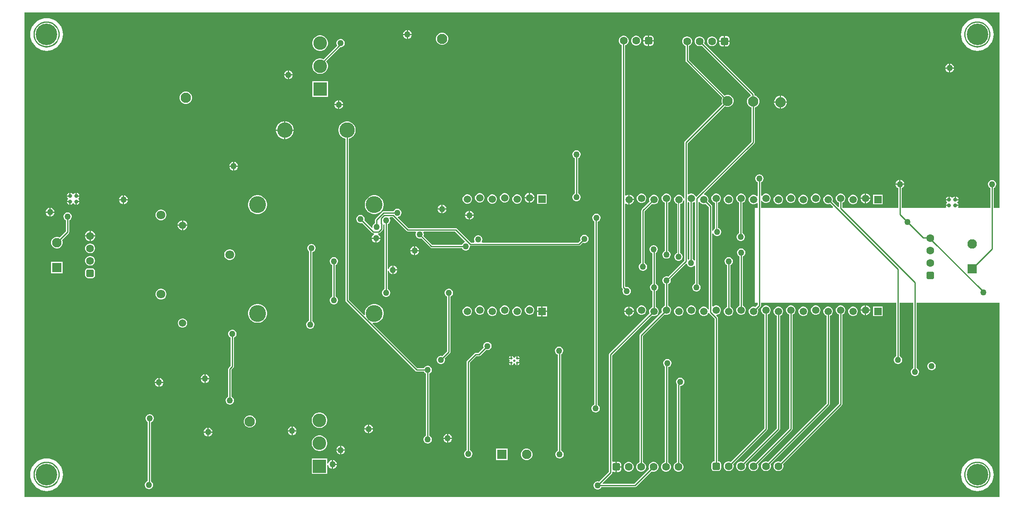
<source format=gbl>
G04*
G04 #@! TF.GenerationSoftware,Altium Limited,Altium Designer,25.8.1 (18)*
G04*
G04 Layer_Physical_Order=2*
G04 Layer_Color=16711680*
%FSLAX44Y44*%
%MOMM*%
G71*
G04*
G04 #@! TF.SameCoordinates,3252FE53-E486-4FD3-897B-B0AFD7199433*
G04*
G04*
G04 #@! TF.FilePolarity,Positive*
G04*
G01*
G75*
%ADD10C,0.2000*%
%ADD12C,0.2540*%
%ADD87C,2.1000*%
%ADD88C,1.6000*%
%ADD89C,1.5000*%
G04:AMPARAMS|DCode=90|XSize=1.6mm|YSize=1.6mm|CornerRadius=0.4mm|HoleSize=0mm|Usage=FLASHONLY|Rotation=180.000|XOffset=0mm|YOffset=0mm|HoleType=Round|Shape=RoundedRectangle|*
%AMROUNDEDRECTD90*
21,1,1.6000,0.8000,0,0,180.0*
21,1,0.8000,1.6000,0,0,180.0*
1,1,0.8000,-0.4000,0.4000*
1,1,0.8000,0.4000,0.4000*
1,1,0.8000,0.4000,-0.4000*
1,1,0.8000,-0.4000,-0.4000*
%
%ADD90ROUNDEDRECTD90*%
%ADD91C,0.8000*%
%ADD92R,1.5000X1.5000*%
%ADD93C,3.1260*%
%ADD94C,1.9500*%
%ADD95R,1.9500X1.9500*%
G04:AMPARAMS|DCode=96|XSize=1.6mm|YSize=1.6mm|CornerRadius=0.4mm|HoleSize=0mm|Usage=FLASHONLY|Rotation=90.000|XOffset=0mm|YOffset=0mm|HoleType=Round|Shape=RoundedRectangle|*
%AMROUNDEDRECTD96*
21,1,1.6000,0.8000,0,0,90.0*
21,1,0.8000,1.6000,0,0,90.0*
1,1,0.8000,0.4000,0.4000*
1,1,0.8000,0.4000,-0.4000*
1,1,0.8000,-0.4000,-0.4000*
1,1,0.8000,-0.4000,0.4000*
%
%ADD96ROUNDEDRECTD96*%
%ADD97C,3.4500*%
%ADD98R,1.9500X1.9500*%
%ADD99C,1.8000*%
%ADD100C,2.7750*%
%ADD101R,2.7750X2.7750*%
%ADD102C,4.4000*%
%ADD103C,1.2700*%
%ADD104C,0.5000*%
G36*
X1995396Y995396D02*
X1995396Y595630D01*
X1983264D01*
Y636173D01*
X1985057Y637208D01*
X1986612Y638763D01*
X1987711Y640667D01*
X1988280Y642791D01*
Y644989D01*
X1987711Y647113D01*
X1986612Y649017D01*
X1985057Y650572D01*
X1983153Y651671D01*
X1981029Y652240D01*
X1978831D01*
X1976707Y651671D01*
X1974803Y650572D01*
X1973248Y649017D01*
X1972149Y647113D01*
X1971580Y644989D01*
Y642791D01*
X1972149Y640667D01*
X1973248Y638763D01*
X1974803Y637208D01*
X1976596Y636173D01*
Y595630D01*
X1911882D01*
X1910773Y597630D01*
X1911094Y598186D01*
X1911430Y599440D01*
X1905000D01*
Y601980D01*
X1911430D01*
X1911094Y603234D01*
X1910233Y604726D01*
X1909869Y605090D01*
X1909242Y606425D01*
X1909869Y607760D01*
X1910233Y608124D01*
X1911094Y609616D01*
X1911430Y610870D01*
X1905000D01*
Y612140D01*
X1903730D01*
Y618570D01*
X1902476Y618234D01*
X1900984Y617373D01*
X1899767Y616156D01*
X1897533D01*
X1896316Y617373D01*
X1894824Y618234D01*
X1893570Y618570D01*
Y612140D01*
X1892300D01*
Y610870D01*
X1885870D01*
X1886206Y609616D01*
X1887067Y608124D01*
X1887431Y607760D01*
X1888058Y606425D01*
X1887431Y605090D01*
X1887067Y604726D01*
X1886206Y603234D01*
X1885870Y601980D01*
X1892300D01*
Y599440D01*
X1885870D01*
X1886206Y598186D01*
X1886526Y597630D01*
X1885419Y595630D01*
X1795304D01*
Y635580D01*
X1795401Y635606D01*
X1797429Y636776D01*
X1799084Y638431D01*
X1800254Y640459D01*
X1800833Y642620D01*
X1783107D01*
X1783686Y640459D01*
X1784856Y638431D01*
X1786511Y636776D01*
X1788539Y635606D01*
X1788636Y635580D01*
Y595630D01*
X1674147D01*
X1674082Y595695D01*
Y606128D01*
X1674415Y606217D01*
X1676581Y607468D01*
X1678350Y609237D01*
X1679601Y611403D01*
X1680248Y613819D01*
Y616321D01*
X1679601Y618737D01*
X1678350Y620903D01*
X1676581Y622672D01*
X1674415Y623923D01*
X1671999Y624570D01*
X1669497D01*
X1667081Y623923D01*
X1664915Y622672D01*
X1663146Y620903D01*
X1661895Y618737D01*
X1661248Y616321D01*
Y613819D01*
X1661895Y611403D01*
X1663146Y609237D01*
X1664915Y607468D01*
X1667081Y606217D01*
X1667414Y606128D01*
Y598008D01*
X1665414Y597179D01*
X1654028Y608565D01*
X1654200Y608863D01*
X1654848Y611279D01*
Y613781D01*
X1654200Y616197D01*
X1652950Y618363D01*
X1651181Y620132D01*
X1649015Y621383D01*
X1646599Y622030D01*
X1644097D01*
X1641681Y621383D01*
X1639515Y620132D01*
X1637746Y618363D01*
X1636495Y616197D01*
X1635848Y613781D01*
Y611279D01*
X1636495Y608863D01*
X1637746Y606697D01*
X1639515Y604928D01*
X1641681Y603677D01*
X1644097Y603030D01*
X1646599D01*
X1649015Y603677D01*
X1649313Y603850D01*
X1655685Y597478D01*
X1654920Y595630D01*
X1508284D01*
Y609501D01*
X1510284Y610037D01*
X1510746Y609237D01*
X1512515Y607468D01*
X1514681Y606217D01*
X1517097Y605570D01*
X1519599D01*
X1522015Y606217D01*
X1524181Y607468D01*
X1525950Y609237D01*
X1527200Y611403D01*
X1527848Y613819D01*
Y616321D01*
X1527200Y618737D01*
X1525950Y620903D01*
X1524181Y622672D01*
X1522015Y623923D01*
X1519599Y624570D01*
X1517097D01*
X1514681Y623923D01*
X1512515Y622672D01*
X1510746Y620903D01*
X1510284Y620103D01*
X1508284Y620639D01*
Y647603D01*
X1510077Y648638D01*
X1511632Y650193D01*
X1512731Y652097D01*
X1513300Y654221D01*
Y656419D01*
X1512731Y658543D01*
X1511632Y660447D01*
X1510077Y662002D01*
X1508173Y663101D01*
X1506049Y663670D01*
X1503851D01*
X1501727Y663101D01*
X1499823Y662002D01*
X1498268Y660447D01*
X1497169Y658543D01*
X1496600Y656419D01*
Y654221D01*
X1497169Y652097D01*
X1498268Y650193D01*
X1499823Y648638D01*
X1501616Y647603D01*
Y620125D01*
X1499616Y619297D01*
X1498781Y620132D01*
X1496615Y621383D01*
X1494199Y622030D01*
X1491697D01*
X1489281Y621383D01*
X1487115Y620132D01*
X1485346Y618363D01*
X1484095Y616197D01*
X1483448Y613781D01*
Y611279D01*
X1484095Y608863D01*
X1485346Y606697D01*
X1487115Y604928D01*
X1489281Y603677D01*
X1491697Y603030D01*
X1494199D01*
X1496615Y603677D01*
X1498781Y604928D01*
X1499616Y605763D01*
X1501616Y604935D01*
Y595630D01*
X1496060D01*
Y401320D01*
X1496300Y401560D01*
X1501616D01*
Y397313D01*
X1496913Y392610D01*
X1496615Y392783D01*
X1494199Y393430D01*
X1491697D01*
X1489281Y392783D01*
X1487115Y391532D01*
X1485346Y389763D01*
X1484095Y387597D01*
X1483448Y385181D01*
Y382679D01*
X1484095Y380263D01*
X1485346Y378097D01*
X1487115Y376328D01*
X1489281Y375077D01*
X1491697Y374430D01*
X1494199D01*
X1496615Y375077D01*
X1498781Y376328D01*
X1500550Y378097D01*
X1501801Y380263D01*
X1502448Y382679D01*
Y385181D01*
X1501801Y387597D01*
X1501628Y387895D01*
X1507307Y393574D01*
X1508030Y394656D01*
X1508284Y395932D01*
Y401560D01*
X1784826D01*
Y292197D01*
X1783033Y291162D01*
X1781478Y289607D01*
X1780379Y287703D01*
X1779810Y285579D01*
Y283381D01*
X1780379Y281257D01*
X1781478Y279353D01*
X1783033Y277798D01*
X1784937Y276699D01*
X1787061Y276130D01*
X1789259D01*
X1791383Y276699D01*
X1793287Y277798D01*
X1794842Y279353D01*
X1795941Y281257D01*
X1796510Y283381D01*
Y285579D01*
X1795941Y287703D01*
X1794842Y289607D01*
X1793287Y291162D01*
X1791494Y292197D01*
Y401560D01*
X1819116D01*
Y268067D01*
X1817323Y267032D01*
X1815768Y265477D01*
X1814669Y263573D01*
X1814100Y261449D01*
Y259251D01*
X1814669Y257127D01*
X1815768Y255223D01*
X1817323Y253668D01*
X1819227Y252569D01*
X1821351Y252000D01*
X1823549D01*
X1825673Y252569D01*
X1827577Y253668D01*
X1829132Y255223D01*
X1830231Y257127D01*
X1830800Y259251D01*
Y261449D01*
X1830231Y263573D01*
X1829132Y265477D01*
X1827577Y267032D01*
X1825784Y268067D01*
Y401560D01*
X1995396D01*
X1995396Y4604D01*
X4604D01*
Y995396D01*
X1995396Y995396D01*
D02*
G37*
%LPC*%
G36*
X787646Y958863D02*
Y951270D01*
X795239D01*
X794660Y953431D01*
X793489Y955459D01*
X791834Y957114D01*
X789807Y958284D01*
X787646Y958863D01*
D02*
G37*
G36*
X785106D02*
X782944Y958284D01*
X780917Y957114D01*
X779262Y955459D01*
X778092Y953431D01*
X777512Y951270D01*
X785106D01*
Y958863D01*
D02*
G37*
G36*
X795239Y948730D02*
X787646D01*
Y941137D01*
X789807Y941716D01*
X791834Y942886D01*
X793489Y944541D01*
X794660Y946569D01*
X795239Y948730D01*
D02*
G37*
G36*
X785106D02*
X777512D01*
X778092Y946569D01*
X779262Y944541D01*
X780917Y942886D01*
X782944Y941716D01*
X785106Y941137D01*
Y948730D01*
D02*
G37*
G36*
X1282890Y947856D02*
X1280160D01*
Y938530D01*
X1289486D01*
Y941260D01*
X1289262Y942967D01*
X1288603Y944558D01*
X1287554Y945924D01*
X1286188Y946973D01*
X1284597Y947632D01*
X1282890Y947856D01*
D02*
G37*
G36*
X1277620D02*
X1274890D01*
X1273183Y947632D01*
X1271592Y946973D01*
X1270226Y945924D01*
X1269177Y944558D01*
X1268518Y942967D01*
X1268294Y941260D01*
Y938530D01*
X1277620D01*
Y947856D01*
D02*
G37*
G36*
X1437830Y946586D02*
X1435100D01*
Y937260D01*
X1444426D01*
Y939990D01*
X1444202Y941697D01*
X1443543Y943288D01*
X1442494Y944654D01*
X1441128Y945703D01*
X1439537Y946362D01*
X1437830Y946586D01*
D02*
G37*
G36*
X1432560D02*
X1429830D01*
X1428123Y946362D01*
X1426532Y945703D01*
X1425166Y944654D01*
X1424117Y943288D01*
X1423458Y941697D01*
X1423234Y939990D01*
Y937260D01*
X1432560D01*
Y946586D01*
D02*
G37*
G36*
X858896Y953570D02*
X855604D01*
X852425Y952718D01*
X849575Y951072D01*
X847247Y948745D01*
X845602Y945895D01*
X844750Y942716D01*
Y939424D01*
X845602Y936245D01*
X847247Y933395D01*
X849575Y931068D01*
X852425Y929422D01*
X855604Y928570D01*
X858896D01*
X862075Y929422D01*
X864925Y931068D01*
X867253Y933395D01*
X868898Y936245D01*
X869750Y939424D01*
Y942716D01*
X868898Y945895D01*
X867253Y948745D01*
X864925Y951072D01*
X862075Y952718D01*
X858896Y953570D01*
D02*
G37*
G36*
X1254807Y947260D02*
X1252173D01*
X1249630Y946579D01*
X1247350Y945262D01*
X1245488Y943400D01*
X1244172Y941120D01*
X1243490Y938577D01*
Y935944D01*
X1244172Y933400D01*
X1245488Y931120D01*
X1247350Y929258D01*
X1249630Y927942D01*
X1252173Y927260D01*
X1254807D01*
X1257350Y927942D01*
X1259630Y929258D01*
X1261492Y931120D01*
X1262809Y933400D01*
X1263490Y935944D01*
Y938577D01*
X1262809Y941120D01*
X1261492Y943400D01*
X1259630Y945262D01*
X1257350Y946579D01*
X1254807Y947260D01*
D02*
G37*
G36*
X1289486Y935990D02*
X1280160D01*
Y926664D01*
X1282890D01*
X1284597Y926888D01*
X1286188Y927547D01*
X1287554Y928596D01*
X1288603Y929962D01*
X1289262Y931553D01*
X1289486Y933260D01*
Y935990D01*
D02*
G37*
G36*
X1277620D02*
X1268294D01*
Y933260D01*
X1268518Y931553D01*
X1269177Y929962D01*
X1270226Y928596D01*
X1271592Y927547D01*
X1273183Y926888D01*
X1274890Y926664D01*
X1277620D01*
Y935990D01*
D02*
G37*
G36*
X1409747Y945990D02*
X1407113D01*
X1404570Y945309D01*
X1402290Y943992D01*
X1400428Y942130D01*
X1399111Y939850D01*
X1398430Y937307D01*
Y934673D01*
X1399111Y932130D01*
X1400428Y929850D01*
X1402290Y927988D01*
X1404570Y926672D01*
X1407113Y925990D01*
X1409747D01*
X1412290Y926672D01*
X1414570Y927988D01*
X1416432Y929850D01*
X1417749Y932130D01*
X1418430Y934673D01*
Y937307D01*
X1417749Y939850D01*
X1416432Y942130D01*
X1414570Y943992D01*
X1412290Y945309D01*
X1409747Y945990D01*
D02*
G37*
G36*
X1444426Y934720D02*
X1435100D01*
Y925394D01*
X1437830D01*
X1439537Y925618D01*
X1441128Y926277D01*
X1442494Y927326D01*
X1443543Y928692D01*
X1444202Y930283D01*
X1444426Y931990D01*
Y934720D01*
D02*
G37*
G36*
X1432560D02*
X1423234D01*
Y931990D01*
X1423458Y930283D01*
X1424117Y928692D01*
X1425166Y927326D01*
X1426532Y926277D01*
X1428123Y925618D01*
X1429830Y925394D01*
X1432560D01*
Y934720D01*
D02*
G37*
G36*
X1950000Y983373D02*
X1944779Y982962D01*
X1939687Y981740D01*
X1934849Y979735D01*
X1930384Y976999D01*
X1926402Y973598D01*
X1923001Y969616D01*
X1920265Y965151D01*
X1918260Y960313D01*
X1917038Y955221D01*
X1916627Y950000D01*
X1917038Y944779D01*
X1918260Y939687D01*
X1920265Y934849D01*
X1923001Y930384D01*
X1926402Y926402D01*
X1930384Y923001D01*
X1934849Y920265D01*
X1939687Y918260D01*
X1944779Y917038D01*
X1950000Y916627D01*
X1955221Y917038D01*
X1960313Y918260D01*
X1965151Y920265D01*
X1969616Y923001D01*
X1973598Y926402D01*
X1976999Y930384D01*
X1979735Y934849D01*
X1981740Y939687D01*
X1982962Y944779D01*
X1983373Y950000D01*
X1982962Y955221D01*
X1981740Y960313D01*
X1979735Y965151D01*
X1976999Y969616D01*
X1973598Y973598D01*
X1969616Y976999D01*
X1965151Y979735D01*
X1960313Y981740D01*
X1955221Y982962D01*
X1950000Y983373D01*
D02*
G37*
G36*
X50000D02*
X44779Y982962D01*
X39687Y981740D01*
X34849Y979735D01*
X30384Y976999D01*
X26402Y973598D01*
X23001Y969616D01*
X20265Y965151D01*
X18261Y960313D01*
X17038Y955221D01*
X16627Y950000D01*
X17038Y944779D01*
X18261Y939687D01*
X20265Y934849D01*
X23001Y930384D01*
X26402Y926402D01*
X30384Y923001D01*
X34849Y920265D01*
X39687Y918260D01*
X44779Y917038D01*
X50000Y916627D01*
X55221Y917038D01*
X60313Y918260D01*
X65151Y920265D01*
X69616Y923001D01*
X73598Y926402D01*
X76999Y930384D01*
X79735Y934849D01*
X81740Y939687D01*
X82962Y944779D01*
X83373Y950000D01*
X82962Y955221D01*
X81740Y960313D01*
X79735Y965151D01*
X76999Y969616D01*
X73598Y973598D01*
X69616Y976999D01*
X65151Y979735D01*
X60313Y981740D01*
X55221Y982962D01*
X50000Y983373D01*
D02*
G37*
G36*
X609893Y948055D02*
X606767D01*
X603699Y947445D01*
X600810Y946248D01*
X598210Y944511D01*
X595999Y942300D01*
X594262Y939700D01*
X593065Y936811D01*
X592455Y933744D01*
Y930617D01*
X593065Y927549D01*
X594262Y924660D01*
X595999Y922060D01*
X598210Y919849D01*
X600810Y918112D01*
X603699Y916915D01*
X606767Y916305D01*
X609893D01*
X612961Y916915D01*
X615850Y918112D01*
X618450Y919849D01*
X620661Y922060D01*
X622398Y924660D01*
X623595Y927549D01*
X624205Y930617D01*
Y933744D01*
X623595Y936811D01*
X622398Y939700D01*
X620661Y942300D01*
X618450Y944511D01*
X615850Y946248D01*
X612961Y947445D01*
X609893Y948055D01*
D02*
G37*
G36*
X651339Y940530D02*
X649141D01*
X647017Y939961D01*
X645113Y938862D01*
X643558Y937307D01*
X642459Y935403D01*
X641890Y933279D01*
Y931081D01*
X642459Y928957D01*
X643333Y927443D01*
X615346Y899457D01*
X612961Y900445D01*
X609893Y901055D01*
X606767D01*
X603699Y900445D01*
X600810Y899248D01*
X598210Y897511D01*
X595999Y895300D01*
X594262Y892700D01*
X593065Y889811D01*
X592455Y886743D01*
Y883616D01*
X593065Y880549D01*
X594262Y877660D01*
X595999Y875060D01*
X598210Y872849D01*
X600810Y871112D01*
X603699Y869915D01*
X606767Y869305D01*
X609893D01*
X612961Y869915D01*
X615850Y871112D01*
X618450Y872849D01*
X620661Y875060D01*
X622398Y877660D01*
X623595Y880549D01*
X624205Y883616D01*
Y886743D01*
X623595Y889811D01*
X622398Y892700D01*
X620661Y895300D01*
X620640Y895320D01*
X649150Y923830D01*
X651339D01*
X653463Y924399D01*
X655367Y925498D01*
X656922Y927053D01*
X658021Y928957D01*
X658590Y931081D01*
Y933279D01*
X658021Y935403D01*
X656922Y937307D01*
X655367Y938862D01*
X653463Y939961D01*
X651339Y940530D01*
D02*
G37*
G36*
X1894840Y890243D02*
Y882650D01*
X1902433D01*
X1901854Y884811D01*
X1900684Y886839D01*
X1899029Y888494D01*
X1897001Y889664D01*
X1894840Y890243D01*
D02*
G37*
G36*
X1892300D02*
X1890139Y889664D01*
X1888111Y888494D01*
X1886456Y886839D01*
X1885286Y884811D01*
X1884707Y882650D01*
X1892300D01*
Y890243D01*
D02*
G37*
G36*
X1902433Y880110D02*
X1894840D01*
Y872517D01*
X1897001Y873096D01*
X1899029Y874266D01*
X1900684Y875921D01*
X1901854Y877949D01*
X1902433Y880110D01*
D02*
G37*
G36*
X1892300D02*
X1884707D01*
X1885286Y877949D01*
X1886456Y875921D01*
X1888111Y874266D01*
X1890139Y873096D01*
X1892300Y872517D01*
Y880110D01*
D02*
G37*
G36*
X544830Y876273D02*
Y868680D01*
X552423D01*
X551844Y870841D01*
X550674Y872869D01*
X549019Y874524D01*
X546991Y875694D01*
X544830Y876273D01*
D02*
G37*
G36*
X542290D02*
X540129Y875694D01*
X538101Y874524D01*
X536446Y872869D01*
X535276Y870841D01*
X534697Y868680D01*
X542290D01*
Y876273D01*
D02*
G37*
G36*
X552423Y866140D02*
X544830D01*
Y858547D01*
X546991Y859126D01*
X549019Y860296D01*
X550674Y861951D01*
X551844Y863979D01*
X552423Y866140D01*
D02*
G37*
G36*
X542290D02*
X534697D01*
X535276Y863979D01*
X536446Y861951D01*
X538101Y860296D01*
X540129Y859126D01*
X542290Y858547D01*
Y866140D01*
D02*
G37*
G36*
X624205Y854055D02*
X592455D01*
Y822305D01*
X624205D01*
Y854055D01*
D02*
G37*
G36*
X1549847Y824570D02*
X1549400D01*
Y812800D01*
X1561170D01*
Y813247D01*
X1560281Y816563D01*
X1558565Y819537D01*
X1556137Y821965D01*
X1553163Y823681D01*
X1549847Y824570D01*
D02*
G37*
G36*
X1546860D02*
X1546413D01*
X1543097Y823681D01*
X1540123Y821965D01*
X1537695Y819537D01*
X1535979Y816563D01*
X1535090Y813247D01*
Y812800D01*
X1546860D01*
Y824570D01*
D02*
G37*
G36*
X335656Y832920D02*
X332364D01*
X329185Y832068D01*
X326335Y830423D01*
X324007Y828095D01*
X322362Y825245D01*
X321510Y822066D01*
Y818774D01*
X322362Y815595D01*
X324007Y812745D01*
X326335Y810417D01*
X329185Y808772D01*
X332364Y807920D01*
X335656D01*
X338835Y808772D01*
X341685Y810417D01*
X344012Y812745D01*
X345658Y815595D01*
X346510Y818774D01*
Y822066D01*
X345658Y825245D01*
X344012Y828095D01*
X341685Y830423D01*
X338835Y832068D01*
X335656Y832920D01*
D02*
G37*
G36*
X647700Y815313D02*
Y807720D01*
X655293D01*
X654714Y809881D01*
X653544Y811909D01*
X651889Y813564D01*
X649861Y814734D01*
X647700Y815313D01*
D02*
G37*
G36*
X645160D02*
X642999Y814734D01*
X640971Y813564D01*
X639316Y811909D01*
X638146Y809881D01*
X637567Y807720D01*
X645160D01*
Y815313D01*
D02*
G37*
G36*
X1384346Y945990D02*
X1381714D01*
X1379170Y945309D01*
X1376890Y943992D01*
X1375028Y942130D01*
X1373712Y939850D01*
X1373030Y937307D01*
Y934673D01*
X1373712Y932130D01*
X1375028Y929850D01*
X1376890Y927988D01*
X1379170Y926672D01*
X1381714Y925990D01*
X1384346D01*
X1386890Y926672D01*
X1387361Y926944D01*
X1487710Y826595D01*
X1487538Y825298D01*
X1487181Y824307D01*
X1484575Y822803D01*
X1482247Y820475D01*
X1480602Y817625D01*
X1479750Y814446D01*
Y811154D01*
X1480602Y807975D01*
X1482247Y805125D01*
X1484575Y802797D01*
X1487425Y801152D01*
X1488916Y800752D01*
Y730808D01*
X1376685Y618577D01*
X1374514Y619234D01*
X1373550Y620903D01*
X1371781Y622672D01*
X1369615Y623923D01*
X1367199Y624570D01*
X1364697D01*
X1362281Y623923D01*
X1360512Y622901D01*
X1358512Y623618D01*
Y727687D01*
X1434019Y803194D01*
X1435355Y802422D01*
X1438534Y801570D01*
X1441826D01*
X1445005Y802422D01*
X1447855Y804068D01*
X1450182Y806395D01*
X1451828Y809245D01*
X1452680Y812424D01*
Y815716D01*
X1451828Y818895D01*
X1450182Y821745D01*
X1447855Y824072D01*
X1445005Y825718D01*
X1441826Y826570D01*
X1438534D01*
X1435355Y825718D01*
X1434019Y824947D01*
X1360964Y898001D01*
Y926531D01*
X1361490Y926672D01*
X1363770Y927988D01*
X1365632Y929850D01*
X1366949Y932130D01*
X1367630Y934673D01*
Y937307D01*
X1366949Y939850D01*
X1365632Y942130D01*
X1363770Y943992D01*
X1361490Y945309D01*
X1358947Y945990D01*
X1356313D01*
X1353770Y945309D01*
X1351490Y943992D01*
X1349628Y942130D01*
X1348311Y939850D01*
X1347630Y937307D01*
Y934673D01*
X1348311Y932130D01*
X1349628Y929850D01*
X1351490Y927988D01*
X1353770Y926672D01*
X1354296Y926531D01*
Y896620D01*
X1354550Y895344D01*
X1355273Y894262D01*
X1429303Y820231D01*
X1428532Y818895D01*
X1427680Y815716D01*
Y812424D01*
X1428532Y809245D01*
X1429303Y807909D01*
X1352820Y731425D01*
X1352098Y730344D01*
X1351844Y729068D01*
Y614805D01*
X1349844Y614542D01*
X1349400Y616197D01*
X1348150Y618363D01*
X1346381Y620132D01*
X1344215Y621383D01*
X1341799Y622030D01*
X1339297D01*
X1336881Y621383D01*
X1334715Y620132D01*
X1332946Y618363D01*
X1331695Y616197D01*
X1331048Y613781D01*
Y611279D01*
X1331695Y608863D01*
X1332946Y606697D01*
X1334715Y604928D01*
X1336881Y603677D01*
X1337140Y603608D01*
Y503218D01*
X1336627Y503081D01*
X1334723Y501982D01*
X1333168Y500427D01*
X1332069Y498523D01*
X1331500Y496399D01*
Y494201D01*
X1332069Y492077D01*
X1333168Y490173D01*
X1334723Y488618D01*
X1336627Y487519D01*
X1338751Y486950D01*
X1340949D01*
X1343073Y487519D01*
X1344977Y488618D01*
X1346532Y490173D01*
X1347631Y492077D01*
X1348200Y494201D01*
Y496399D01*
X1347631Y498523D01*
X1346532Y500427D01*
X1344977Y501982D01*
X1343258Y502974D01*
Y603421D01*
X1344215Y603677D01*
X1346381Y604928D01*
X1348150Y606697D01*
X1349400Y608863D01*
X1349844Y610518D01*
X1351844Y610255D01*
Y487879D01*
X1318819Y454854D01*
X1316819Y455390D01*
X1314621D01*
X1312497Y454821D01*
X1310593Y453722D01*
X1309038Y452167D01*
X1307939Y450263D01*
X1307370Y448139D01*
Y445941D01*
X1307939Y443817D01*
X1309038Y441913D01*
X1310593Y440358D01*
X1312100Y439488D01*
Y395488D01*
X1311481Y395323D01*
X1309315Y394072D01*
X1307546Y392303D01*
X1306295Y390137D01*
X1305648Y387721D01*
Y385219D01*
X1306295Y382803D01*
X1306468Y382505D01*
X1261292Y337330D01*
X1260570Y336248D01*
X1260316Y334972D01*
Y75499D01*
X1259790Y75359D01*
X1257510Y74042D01*
X1255648Y72180D01*
X1254332Y69900D01*
X1253650Y67357D01*
Y64724D01*
X1254332Y62180D01*
X1255648Y59900D01*
X1257510Y58038D01*
X1259790Y56722D01*
X1262334Y56040D01*
X1264967D01*
X1267510Y56722D01*
X1269790Y58038D01*
X1271652Y59900D01*
X1272969Y62180D01*
X1273650Y64724D01*
Y67357D01*
X1272969Y69900D01*
X1271652Y72180D01*
X1269790Y74042D01*
X1267510Y75359D01*
X1266984Y75499D01*
Y333591D01*
X1311183Y377790D01*
X1311481Y377617D01*
X1313897Y376970D01*
X1316399D01*
X1318815Y377617D01*
X1320981Y378868D01*
X1322750Y380637D01*
X1324001Y382803D01*
X1324648Y385219D01*
Y387721D01*
X1324001Y390137D01*
X1322750Y392303D01*
X1320981Y394072D01*
X1318815Y395323D01*
X1318768Y395335D01*
Y439212D01*
X1318943Y439259D01*
X1320847Y440358D01*
X1322402Y441913D01*
X1323501Y443817D01*
X1324070Y445941D01*
Y448139D01*
X1323534Y450139D01*
X1355058Y481662D01*
X1357074Y480851D01*
X1357469Y479377D01*
X1358568Y477473D01*
X1360123Y475918D01*
X1362027Y474819D01*
X1364151Y474250D01*
X1366349D01*
X1368473Y474819D01*
X1370377Y475918D01*
X1371924Y477465D01*
X1371961Y477465D01*
X1373924Y476924D01*
Y440976D01*
X1373457Y440851D01*
X1371553Y439752D01*
X1369998Y438197D01*
X1368899Y436293D01*
X1368330Y434169D01*
Y431971D01*
X1368899Y429847D01*
X1369998Y427943D01*
X1371553Y426388D01*
X1373457Y425289D01*
X1375581Y424720D01*
X1377779D01*
X1379903Y425289D01*
X1381807Y426388D01*
X1383362Y427943D01*
X1384461Y429847D01*
X1385030Y431971D01*
Y434169D01*
X1384461Y436293D01*
X1383362Y438197D01*
X1381807Y439752D01*
X1380592Y440453D01*
Y607677D01*
X1380843Y607823D01*
X1383503Y607118D01*
X1383746Y606697D01*
X1385515Y604928D01*
X1387681Y603677D01*
X1390097Y603030D01*
X1392599D01*
X1395015Y603677D01*
X1395313Y603850D01*
X1402002Y597161D01*
Y388284D01*
X1401325Y388026D01*
X1400002Y387941D01*
X1398950Y389763D01*
X1397181Y391532D01*
X1395015Y392783D01*
X1392599Y393430D01*
X1390097D01*
X1387681Y392783D01*
X1385515Y391532D01*
X1383746Y389763D01*
X1382495Y387597D01*
X1381848Y385181D01*
Y382679D01*
X1382495Y380263D01*
X1383746Y378097D01*
X1385515Y376328D01*
X1387681Y375077D01*
X1390097Y374430D01*
X1392599D01*
X1395015Y375077D01*
X1397181Y376328D01*
X1398950Y378097D01*
X1400201Y380263D01*
X1400249Y380446D01*
X1401788Y380573D01*
X1402333Y380495D01*
X1402979Y379530D01*
X1413606Y368902D01*
Y77545D01*
X1412940D01*
X1410599Y77080D01*
X1408614Y75753D01*
X1407288Y73769D01*
X1406823Y71428D01*
Y63428D01*
X1407288Y61087D01*
X1408614Y59102D01*
X1410599Y57776D01*
X1412940Y57310D01*
X1420940D01*
X1423281Y57776D01*
X1425266Y59102D01*
X1426592Y61087D01*
X1427057Y63428D01*
Y71428D01*
X1426592Y73769D01*
X1425266Y75753D01*
X1423281Y77080D01*
X1420940Y77545D01*
X1420274D01*
Y370283D01*
X1420020Y371559D01*
X1419297Y372641D01*
X1416968Y374970D01*
X1417797Y376970D01*
X1417999D01*
X1420415Y377617D01*
X1422581Y378868D01*
X1424350Y380637D01*
X1425600Y382803D01*
X1426248Y385219D01*
Y387721D01*
X1425600Y390137D01*
X1424350Y392303D01*
X1422581Y394072D01*
X1420415Y395323D01*
X1417999Y395970D01*
X1415497D01*
X1413081Y395323D01*
X1410915Y394072D01*
X1410670Y393827D01*
X1408670Y394655D01*
Y543132D01*
X1410670Y543396D01*
X1410809Y542877D01*
X1411908Y540973D01*
X1413463Y539418D01*
X1415367Y538319D01*
X1417491Y537750D01*
X1419689D01*
X1421813Y538319D01*
X1423717Y539418D01*
X1425272Y540973D01*
X1426371Y542877D01*
X1426940Y545001D01*
Y547199D01*
X1426371Y549323D01*
X1425272Y551227D01*
X1423717Y552782D01*
X1421813Y553881D01*
X1420728Y554172D01*
Y606398D01*
X1422581Y607468D01*
X1424350Y609237D01*
X1425600Y611403D01*
X1426248Y613819D01*
Y616321D01*
X1425600Y618737D01*
X1424350Y620903D01*
X1422581Y622672D01*
X1420415Y623923D01*
X1417999Y624570D01*
X1415497D01*
X1413081Y623923D01*
X1410915Y622672D01*
X1409146Y620903D01*
X1407895Y618737D01*
X1407248Y616321D01*
Y613819D01*
X1407895Y611403D01*
X1409146Y609237D01*
X1410915Y607468D01*
X1413081Y606217D01*
X1414610Y605808D01*
Y553444D01*
X1413463Y552782D01*
X1411908Y551227D01*
X1410809Y549323D01*
X1410670Y548804D01*
X1408670Y549068D01*
Y598542D01*
X1408416Y599818D01*
X1407693Y600900D01*
X1400028Y608565D01*
X1400201Y608863D01*
X1400848Y611279D01*
Y613781D01*
X1400201Y616197D01*
X1398950Y618363D01*
X1397181Y620132D01*
X1395015Y621383D01*
X1392599Y622030D01*
X1392397D01*
X1391568Y624030D01*
X1494608Y727069D01*
X1495330Y728151D01*
X1495584Y729427D01*
Y800752D01*
X1497075Y801152D01*
X1499925Y802797D01*
X1502253Y805125D01*
X1503898Y807975D01*
X1504750Y811154D01*
Y814446D01*
X1503898Y817625D01*
X1502253Y820475D01*
X1499925Y822803D01*
X1497075Y824448D01*
X1495244Y824939D01*
Y827110D01*
X1494990Y828386D01*
X1494267Y829467D01*
X1392076Y931659D01*
X1392348Y932130D01*
X1393030Y934673D01*
Y937307D01*
X1392348Y939850D01*
X1391032Y942130D01*
X1389170Y943992D01*
X1386890Y945309D01*
X1384346Y945990D01*
D02*
G37*
G36*
X1561170Y810260D02*
X1549400D01*
Y798490D01*
X1549847D01*
X1553163Y799379D01*
X1556137Y801095D01*
X1558565Y803523D01*
X1560281Y806497D01*
X1561170Y809813D01*
Y810260D01*
D02*
G37*
G36*
X1546860D02*
X1535090D01*
Y809813D01*
X1535979Y806497D01*
X1537695Y803523D01*
X1540123Y801095D01*
X1543097Y799379D01*
X1546413Y798490D01*
X1546860D01*
Y810260D01*
D02*
G37*
G36*
X655293Y805180D02*
X647700D01*
Y797587D01*
X649861Y798166D01*
X651889Y799336D01*
X653544Y800991D01*
X654714Y803019D01*
X655293Y805180D01*
D02*
G37*
G36*
X645160D02*
X637567D01*
X638146Y803019D01*
X639316Y800991D01*
X640971Y799336D01*
X642999Y798166D01*
X645160Y797587D01*
Y805180D01*
D02*
G37*
G36*
X537960Y772550D02*
X537440D01*
Y755650D01*
X554340D01*
Y756170D01*
X553642Y759680D01*
X552272Y762987D01*
X550284Y765963D01*
X547753Y768494D01*
X544777Y770482D01*
X541470Y771852D01*
X537960Y772550D01*
D02*
G37*
G36*
X534900D02*
X534380D01*
X530870Y771852D01*
X527563Y770482D01*
X524587Y768494D01*
X522056Y765963D01*
X520068Y762987D01*
X518698Y759680D01*
X518000Y756170D01*
Y755650D01*
X534900D01*
Y772550D01*
D02*
G37*
G36*
X554340Y753110D02*
X537440D01*
Y736210D01*
X537960D01*
X541470Y736908D01*
X544777Y738278D01*
X547753Y740266D01*
X550284Y742797D01*
X552272Y745773D01*
X553642Y749080D01*
X554340Y752590D01*
Y753110D01*
D02*
G37*
G36*
X534900D02*
X518000D01*
Y752590D01*
X518698Y749080D01*
X520068Y745773D01*
X522056Y742797D01*
X524587Y740266D01*
X527563Y738278D01*
X530870Y736908D01*
X534380Y736210D01*
X534900D01*
Y753110D01*
D02*
G37*
G36*
X433070Y689583D02*
Y681990D01*
X440663D01*
X440084Y684151D01*
X438914Y686179D01*
X437259Y687834D01*
X435231Y689004D01*
X433070Y689583D01*
D02*
G37*
G36*
X430530D02*
X428369Y689004D01*
X426341Y687834D01*
X424686Y686179D01*
X423516Y684151D01*
X422937Y681990D01*
X430530D01*
Y689583D01*
D02*
G37*
G36*
X440663Y679450D02*
X433070D01*
Y671857D01*
X435231Y672436D01*
X437259Y673606D01*
X438914Y675261D01*
X440084Y677289D01*
X440663Y679450D01*
D02*
G37*
G36*
X430530D02*
X422937D01*
X423516Y677289D01*
X424686Y675261D01*
X426341Y673606D01*
X428369Y672436D01*
X430530Y671857D01*
Y679450D01*
D02*
G37*
G36*
X1793240Y652753D02*
Y645160D01*
X1800833D01*
X1800254Y647321D01*
X1799084Y649349D01*
X1797429Y651004D01*
X1795401Y652174D01*
X1793240Y652753D01*
D02*
G37*
G36*
X1790700D02*
X1788539Y652174D01*
X1786511Y651004D01*
X1784856Y649349D01*
X1783686Y647321D01*
X1783107Y645160D01*
X1790700D01*
Y652753D01*
D02*
G37*
G36*
X111760Y626190D02*
Y621030D01*
X116920D01*
X116584Y622284D01*
X115723Y623776D01*
X114506Y624993D01*
X113014Y625854D01*
X111760Y626190D01*
D02*
G37*
G36*
X96520D02*
X95266Y625854D01*
X93774Y624993D01*
X92557Y623776D01*
X91696Y622284D01*
X91360Y621030D01*
X96520D01*
Y626190D01*
D02*
G37*
G36*
X1037050Y626110D02*
X1036998D01*
Y617340D01*
X1045768D01*
Y617392D01*
X1045084Y619945D01*
X1043762Y622235D01*
X1041893Y624104D01*
X1039603Y625426D01*
X1037050Y626110D01*
D02*
G37*
G36*
X1034458D02*
X1034406D01*
X1031853Y625426D01*
X1029563Y624104D01*
X1027694Y622235D01*
X1026372Y619945D01*
X1025688Y617392D01*
Y617340D01*
X1034458D01*
Y626110D01*
D02*
G37*
G36*
X1722870Y625110D02*
X1722818D01*
Y616340D01*
X1731588D01*
Y616392D01*
X1730904Y618945D01*
X1729582Y621235D01*
X1727713Y623104D01*
X1725423Y624426D01*
X1722870Y625110D01*
D02*
G37*
G36*
X1720278D02*
X1720226D01*
X1717673Y624426D01*
X1715383Y623104D01*
X1713514Y621235D01*
X1712192Y618945D01*
X1711508Y616392D01*
Y616340D01*
X1720278D01*
Y625110D01*
D02*
G37*
G36*
X1240270Y622570D02*
X1240218D01*
Y613800D01*
X1248988D01*
Y613852D01*
X1248304Y616405D01*
X1246982Y618695D01*
X1245113Y620564D01*
X1242823Y621886D01*
X1240270Y622570D01*
D02*
G37*
G36*
X1906270Y618570D02*
Y613410D01*
X1911430D01*
X1911094Y614664D01*
X1910233Y616156D01*
X1909016Y617373D01*
X1907524Y618234D01*
X1906270Y618570D01*
D02*
G37*
G36*
X1891030D02*
X1889776Y618234D01*
X1888284Y617373D01*
X1887067Y616156D01*
X1886206Y614664D01*
X1885870Y613410D01*
X1891030D01*
Y618570D01*
D02*
G37*
G36*
X208280Y621003D02*
Y613410D01*
X215873D01*
X215294Y615571D01*
X214124Y617599D01*
X212469Y619254D01*
X210441Y620424D01*
X208280Y621003D01*
D02*
G37*
G36*
X205740D02*
X203579Y620424D01*
X201551Y619254D01*
X199896Y617599D01*
X198726Y615571D01*
X198147Y613410D01*
X205740D01*
Y621003D01*
D02*
G37*
G36*
X1132669Y713200D02*
X1130471D01*
X1128347Y712631D01*
X1126443Y711532D01*
X1124888Y709977D01*
X1123789Y708073D01*
X1123220Y705949D01*
Y703751D01*
X1123789Y701627D01*
X1124888Y699723D01*
X1126443Y698168D01*
X1128236Y697133D01*
Y624937D01*
X1126443Y623902D01*
X1124888Y622347D01*
X1123789Y620443D01*
X1123220Y618319D01*
Y616121D01*
X1123789Y613997D01*
X1124888Y612093D01*
X1126443Y610538D01*
X1128347Y609439D01*
X1130471Y608870D01*
X1132669D01*
X1134793Y609439D01*
X1136697Y610538D01*
X1138252Y612093D01*
X1139351Y613997D01*
X1139920Y616121D01*
Y618319D01*
X1139351Y620443D01*
X1138252Y622347D01*
X1136697Y623902D01*
X1134904Y624937D01*
Y697133D01*
X1136697Y698168D01*
X1138252Y699723D01*
X1139351Y701627D01*
X1139920Y703751D01*
Y705949D01*
X1139351Y708073D01*
X1138252Y709977D01*
X1136697Y711532D01*
X1134793Y712631D01*
X1132669Y713200D01*
D02*
G37*
G36*
X986179Y625570D02*
X983677D01*
X981261Y624922D01*
X979095Y623672D01*
X977326Y621903D01*
X976075Y619737D01*
X975428Y617321D01*
Y614819D01*
X976075Y612403D01*
X977326Y610237D01*
X979095Y608468D01*
X981261Y607217D01*
X983677Y606570D01*
X986179D01*
X988595Y607217D01*
X990761Y608468D01*
X992530Y610237D01*
X993781Y612403D01*
X994428Y614819D01*
Y617321D01*
X993781Y619737D01*
X992530Y621903D01*
X990761Y623672D01*
X988595Y624922D01*
X986179Y625570D01*
D02*
G37*
G36*
X935379D02*
X932877D01*
X930461Y624922D01*
X928295Y623672D01*
X926526Y621903D01*
X925275Y619737D01*
X924628Y617321D01*
Y614819D01*
X925275Y612403D01*
X926526Y610237D01*
X928295Y608468D01*
X930461Y607217D01*
X932877Y606570D01*
X935379D01*
X937795Y607217D01*
X939961Y608468D01*
X941730Y610237D01*
X942980Y612403D01*
X943628Y614819D01*
Y617321D01*
X942980Y619737D01*
X941730Y621903D01*
X939961Y623672D01*
X937795Y624922D01*
X935379Y625570D01*
D02*
G37*
G36*
X1045768Y614800D02*
X1036998D01*
Y606030D01*
X1037050D01*
X1039603Y606714D01*
X1041893Y608036D01*
X1043762Y609905D01*
X1045084Y612195D01*
X1045768Y614748D01*
Y614800D01*
D02*
G37*
G36*
X1034458D02*
X1025688D01*
Y614748D01*
X1026372Y612195D01*
X1027694Y609905D01*
X1029563Y608036D01*
X1031853Y606714D01*
X1034406Y606030D01*
X1034458D01*
Y614800D01*
D02*
G37*
G36*
X1621199Y624570D02*
X1618697D01*
X1616281Y623923D01*
X1614115Y622672D01*
X1612346Y620903D01*
X1611095Y618737D01*
X1610448Y616321D01*
Y613819D01*
X1611095Y611403D01*
X1612346Y609237D01*
X1614115Y607468D01*
X1616281Y606217D01*
X1618697Y605570D01*
X1621199D01*
X1623615Y606217D01*
X1625781Y607468D01*
X1627550Y609237D01*
X1628801Y611403D01*
X1629448Y613819D01*
Y616321D01*
X1628801Y618737D01*
X1627550Y620903D01*
X1625781Y622672D01*
X1623615Y623923D01*
X1621199Y624570D01*
D02*
G37*
G36*
X1570399D02*
X1567897D01*
X1565481Y623923D01*
X1563315Y622672D01*
X1561546Y620903D01*
X1560295Y618737D01*
X1559648Y616321D01*
Y613819D01*
X1560295Y611403D01*
X1561546Y609237D01*
X1563315Y607468D01*
X1565481Y606217D01*
X1567897Y605570D01*
X1570399D01*
X1572815Y606217D01*
X1574981Y607468D01*
X1576750Y609237D01*
X1578000Y611403D01*
X1578648Y613819D01*
Y616321D01*
X1578000Y618737D01*
X1576750Y620903D01*
X1574981Y622672D01*
X1572815Y623923D01*
X1570399Y624570D01*
D02*
G37*
G36*
X1265599D02*
X1263097D01*
X1260681Y623923D01*
X1258515Y622672D01*
X1256746Y620903D01*
X1255495Y618737D01*
X1254848Y616321D01*
Y613819D01*
X1255495Y611403D01*
X1256746Y609237D01*
X1258515Y607468D01*
X1260681Y606217D01*
X1263097Y605570D01*
X1265599D01*
X1268015Y606217D01*
X1270181Y607468D01*
X1271950Y609237D01*
X1273201Y611403D01*
X1273848Y613819D01*
Y616321D01*
X1273201Y618737D01*
X1271950Y620903D01*
X1270181Y622672D01*
X1268015Y623923D01*
X1265599Y624570D01*
D02*
G37*
G36*
X1731588Y613800D02*
X1722818D01*
Y605030D01*
X1722870D01*
X1725423Y605714D01*
X1727713Y607036D01*
X1729582Y608905D01*
X1730904Y611195D01*
X1731588Y613748D01*
Y613800D01*
D02*
G37*
G36*
X1720278D02*
X1711508D01*
Y613748D01*
X1712192Y611195D01*
X1713514Y608905D01*
X1715383Y607036D01*
X1717673Y605714D01*
X1720226Y605030D01*
X1720278D01*
Y613800D01*
D02*
G37*
G36*
X1070628Y623030D02*
X1051628D01*
Y604030D01*
X1070628D01*
Y623030D01*
D02*
G37*
G36*
X1011579D02*
X1009077D01*
X1006661Y622383D01*
X1004495Y621132D01*
X1002726Y619363D01*
X1001475Y617197D01*
X1000828Y614781D01*
Y612279D01*
X1001475Y609863D01*
X1002726Y607697D01*
X1004495Y605928D01*
X1006661Y604677D01*
X1009077Y604030D01*
X1011579D01*
X1013995Y604677D01*
X1016161Y605928D01*
X1017930Y607697D01*
X1019181Y609863D01*
X1019828Y612279D01*
Y614781D01*
X1019181Y617197D01*
X1017930Y619363D01*
X1016161Y621132D01*
X1013995Y622383D01*
X1011579Y623030D01*
D02*
G37*
G36*
X960779D02*
X958277D01*
X955861Y622383D01*
X953695Y621132D01*
X951926Y619363D01*
X950675Y617197D01*
X950028Y614781D01*
Y612279D01*
X950675Y609863D01*
X951926Y607697D01*
X953695Y605928D01*
X955861Y604677D01*
X958277Y604030D01*
X960779D01*
X963195Y604677D01*
X965361Y605928D01*
X967130Y607697D01*
X968381Y609863D01*
X969028Y612279D01*
Y614781D01*
X968381Y617197D01*
X967130Y619363D01*
X965361Y621132D01*
X963195Y622383D01*
X960779Y623030D01*
D02*
G37*
G36*
X909979D02*
X907477D01*
X905061Y622383D01*
X902895Y621132D01*
X901126Y619363D01*
X899875Y617197D01*
X899228Y614781D01*
Y612279D01*
X899875Y609863D01*
X901126Y607697D01*
X902895Y605928D01*
X905061Y604677D01*
X907477Y604030D01*
X909979D01*
X912395Y604677D01*
X914561Y605928D01*
X916330Y607697D01*
X917580Y609863D01*
X918228Y612279D01*
Y614781D01*
X917580Y617197D01*
X916330Y619363D01*
X914561Y621132D01*
X912395Y622383D01*
X909979Y623030D01*
D02*
G37*
G36*
X215873Y610870D02*
X208280D01*
Y603277D01*
X210441Y603856D01*
X212469Y605026D01*
X214124Y606681D01*
X215294Y608709D01*
X215873Y610870D01*
D02*
G37*
G36*
X205740D02*
X198147D01*
X198726Y608709D01*
X199896Y606681D01*
X201551Y605026D01*
X203579Y603856D01*
X205740Y603277D01*
Y610870D01*
D02*
G37*
G36*
X1756448Y622030D02*
X1737448D01*
Y603030D01*
X1756448D01*
Y622030D01*
D02*
G37*
G36*
X1697399D02*
X1694897D01*
X1692481Y621383D01*
X1690315Y620132D01*
X1688546Y618363D01*
X1687295Y616197D01*
X1686648Y613781D01*
Y611279D01*
X1687295Y608863D01*
X1688546Y606697D01*
X1690315Y604928D01*
X1692481Y603677D01*
X1694897Y603030D01*
X1697399D01*
X1699815Y603677D01*
X1701981Y604928D01*
X1703750Y606697D01*
X1705000Y608863D01*
X1705648Y611279D01*
Y613781D01*
X1705000Y616197D01*
X1703750Y618363D01*
X1701981Y620132D01*
X1699815Y621383D01*
X1697399Y622030D01*
D02*
G37*
G36*
X1595799D02*
X1593297D01*
X1590881Y621383D01*
X1588715Y620132D01*
X1586946Y618363D01*
X1585695Y616197D01*
X1585048Y613781D01*
Y611279D01*
X1585695Y608863D01*
X1586946Y606697D01*
X1588715Y604928D01*
X1590881Y603677D01*
X1593297Y603030D01*
X1595799D01*
X1598215Y603677D01*
X1600381Y604928D01*
X1602150Y606697D01*
X1603401Y608863D01*
X1604048Y611279D01*
Y613781D01*
X1603401Y616197D01*
X1602150Y618363D01*
X1600381Y620132D01*
X1598215Y621383D01*
X1595799Y622030D01*
D02*
G37*
G36*
X1544999D02*
X1542497D01*
X1540081Y621383D01*
X1537915Y620132D01*
X1536146Y618363D01*
X1534895Y616197D01*
X1534248Y613781D01*
Y611279D01*
X1534895Y608863D01*
X1536146Y606697D01*
X1537915Y604928D01*
X1540081Y603677D01*
X1542497Y603030D01*
X1544999D01*
X1547415Y603677D01*
X1549581Y604928D01*
X1551350Y606697D01*
X1552601Y608863D01*
X1553248Y611279D01*
Y613781D01*
X1552601Y616197D01*
X1551350Y618363D01*
X1549581Y620132D01*
X1547415Y621383D01*
X1544999Y622030D01*
D02*
G37*
G36*
X1443399D02*
X1440897D01*
X1438481Y621383D01*
X1436315Y620132D01*
X1434546Y618363D01*
X1433295Y616197D01*
X1432648Y613781D01*
Y611279D01*
X1433295Y608863D01*
X1434546Y606697D01*
X1436315Y604928D01*
X1438481Y603677D01*
X1440897Y603030D01*
X1443399D01*
X1445815Y603677D01*
X1447981Y604928D01*
X1449750Y606697D01*
X1451001Y608863D01*
X1451648Y611279D01*
Y613781D01*
X1451001Y616197D01*
X1449750Y618363D01*
X1447981Y620132D01*
X1445815Y621383D01*
X1443399Y622030D01*
D02*
G37*
G36*
X1290999D02*
X1288497D01*
X1286081Y621383D01*
X1283915Y620132D01*
X1282146Y618363D01*
X1280895Y616197D01*
X1280248Y613781D01*
Y611279D01*
X1280895Y608863D01*
X1281068Y608565D01*
X1265102Y592600D01*
X1264380Y591518D01*
X1264126Y590242D01*
Y482697D01*
X1262333Y481662D01*
X1260778Y480107D01*
X1259679Y478203D01*
X1259110Y476079D01*
Y473881D01*
X1259679Y471757D01*
X1260778Y469853D01*
X1262333Y468298D01*
X1264237Y467199D01*
X1266361Y466630D01*
X1268559D01*
X1270683Y467199D01*
X1272587Y468298D01*
X1274142Y469853D01*
X1275241Y471757D01*
X1275810Y473881D01*
Y476079D01*
X1275241Y478203D01*
X1274142Y480107D01*
X1272587Y481662D01*
X1270794Y482697D01*
Y588861D01*
X1285783Y603850D01*
X1286081Y603677D01*
X1288497Y603030D01*
X1290999D01*
X1293415Y603677D01*
X1295581Y604928D01*
X1297350Y606697D01*
X1298600Y608863D01*
X1299248Y611279D01*
Y613781D01*
X1298600Y616197D01*
X1297350Y618363D01*
X1295581Y620132D01*
X1293415Y621383D01*
X1290999Y622030D01*
D02*
G37*
G36*
X1248988Y611260D02*
X1240218D01*
Y602490D01*
X1240270D01*
X1242823Y603174D01*
X1245113Y604496D01*
X1246982Y606365D01*
X1248304Y608655D01*
X1248988Y611208D01*
Y611260D01*
D02*
G37*
G36*
X1229407Y947260D02*
X1226774D01*
X1224230Y946579D01*
X1221950Y945262D01*
X1220088Y943400D01*
X1218772Y941120D01*
X1218090Y938577D01*
Y935944D01*
X1218772Y933400D01*
X1220088Y931120D01*
X1221950Y929258D01*
X1224230Y927942D01*
X1224304Y927922D01*
Y433016D01*
X1224558Y431740D01*
X1225280Y430659D01*
X1226881Y429058D01*
X1226659Y428673D01*
X1226090Y426549D01*
Y424351D01*
X1226659Y422227D01*
X1227758Y420323D01*
X1229313Y418768D01*
X1231217Y417669D01*
X1233341Y417100D01*
X1235539D01*
X1237663Y417669D01*
X1239567Y418768D01*
X1241122Y420323D01*
X1242221Y422227D01*
X1242790Y424351D01*
Y426549D01*
X1242221Y428673D01*
X1241122Y430577D01*
X1239567Y432132D01*
X1237663Y433231D01*
X1235539Y433800D01*
X1233341D01*
X1232648Y433614D01*
X1230972Y435009D01*
Y603746D01*
X1231546Y603984D01*
X1232972Y604387D01*
X1235073Y603174D01*
X1237626Y602490D01*
X1237678D01*
Y612530D01*
Y622570D01*
X1237626D01*
X1235073Y621886D01*
X1232972Y620673D01*
X1231546Y621076D01*
X1230972Y621314D01*
Y927680D01*
X1231950Y927942D01*
X1234230Y929258D01*
X1236092Y931120D01*
X1237409Y933400D01*
X1238090Y935944D01*
Y938577D01*
X1237409Y941120D01*
X1236092Y943400D01*
X1234230Y945262D01*
X1231950Y946579D01*
X1229407Y947260D01*
D02*
G37*
G36*
X116920Y607060D02*
X111760D01*
Y601900D01*
X113014Y602236D01*
X114506Y603097D01*
X115723Y604314D01*
X116584Y605806D01*
X116920Y607060D01*
D02*
G37*
G36*
X99060Y626190D02*
Y619760D01*
X97790D01*
Y618490D01*
X91360D01*
X91696Y617236D01*
X92557Y615744D01*
X92921Y615380D01*
X93548Y614045D01*
X92921Y612710D01*
X92557Y612346D01*
X91696Y610854D01*
X91360Y609600D01*
X97790D01*
Y608330D01*
X99060D01*
Y601900D01*
X100314Y602236D01*
X101806Y603097D01*
X103023Y604314D01*
X105257D01*
X106474Y603097D01*
X107966Y602236D01*
X109220Y601900D01*
Y608330D01*
X110490D01*
Y609600D01*
X116920D01*
X116584Y610854D01*
X115723Y612346D01*
X115359Y612710D01*
X114732Y614045D01*
X115359Y615380D01*
X115723Y615744D01*
X116584Y617236D01*
X116920Y618490D01*
X110490D01*
Y619760D01*
X109220D01*
Y626190D01*
X107966Y625854D01*
X106474Y624993D01*
X105257Y623776D01*
X103023D01*
X101806Y624993D01*
X100314Y625854D01*
X99060Y626190D01*
D02*
G37*
G36*
X96520Y607060D02*
X91360D01*
X91696Y605806D01*
X92557Y604314D01*
X93774Y603097D01*
X95266Y602236D01*
X96520Y601900D01*
Y607060D01*
D02*
G37*
G36*
X858520Y601953D02*
Y594360D01*
X866113D01*
X865534Y596521D01*
X864364Y598549D01*
X862709Y600204D01*
X860681Y601374D01*
X858520Y601953D01*
D02*
G37*
G36*
X855980D02*
X853819Y601374D01*
X851791Y600204D01*
X850136Y598549D01*
X848966Y596521D01*
X848387Y594360D01*
X855980D01*
Y601953D01*
D02*
G37*
G36*
X58420Y595603D02*
Y588010D01*
X66013D01*
X65434Y590171D01*
X64264Y592199D01*
X62609Y593854D01*
X60581Y595024D01*
X58420Y595603D01*
D02*
G37*
G36*
X55880D02*
X53719Y595024D01*
X51691Y593854D01*
X50036Y592199D01*
X48866Y590171D01*
X48287Y588010D01*
X55880D01*
Y595603D01*
D02*
G37*
G36*
X866113Y591820D02*
X858520D01*
Y584227D01*
X860681Y584806D01*
X862709Y585976D01*
X864364Y587631D01*
X865534Y589659D01*
X866113Y591820D01*
D02*
G37*
G36*
X855980D02*
X848387D01*
X848966Y589659D01*
X850136Y587631D01*
X851791Y585976D01*
X853819Y584806D01*
X855980Y584227D01*
Y591820D01*
D02*
G37*
G36*
X720716Y621230D02*
X716924D01*
X713205Y620490D01*
X709702Y619039D01*
X706549Y616932D01*
X703868Y614251D01*
X701761Y611098D01*
X700310Y607595D01*
X699570Y603876D01*
Y600084D01*
X700310Y596365D01*
X701761Y592862D01*
X703868Y589709D01*
X706549Y587028D01*
X709702Y584921D01*
X713205Y583470D01*
X716924Y582730D01*
X720716D01*
X724435Y583470D01*
X727938Y584921D01*
X731091Y587028D01*
X733772Y589709D01*
X735879Y592862D01*
X737330Y596365D01*
X738070Y600084D01*
Y603876D01*
X737330Y607595D01*
X735879Y611098D01*
X733772Y614251D01*
X731091Y616932D01*
X727938Y619039D01*
X724435Y620490D01*
X720716Y621230D01*
D02*
G37*
G36*
X482416D02*
X478624D01*
X474905Y620490D01*
X471402Y619039D01*
X468249Y616932D01*
X465568Y614251D01*
X463461Y611098D01*
X462010Y607595D01*
X461270Y603876D01*
Y600084D01*
X462010Y596365D01*
X463461Y592862D01*
X465568Y589709D01*
X468249Y587028D01*
X471402Y584921D01*
X474905Y583470D01*
X478624Y582730D01*
X482416D01*
X486135Y583470D01*
X489638Y584921D01*
X492791Y587028D01*
X495472Y589709D01*
X497579Y592862D01*
X499030Y596365D01*
X499770Y600084D01*
Y603876D01*
X499030Y607595D01*
X497579Y611098D01*
X495472Y614251D01*
X492791Y616932D01*
X489638Y619039D01*
X486135Y620490D01*
X482416Y621230D01*
D02*
G37*
G36*
X914400Y589253D02*
Y581660D01*
X921993D01*
X921414Y583821D01*
X920244Y585849D01*
X918589Y587504D01*
X916561Y588674D01*
X914400Y589253D01*
D02*
G37*
G36*
X911860D02*
X909699Y588674D01*
X907671Y587504D01*
X906016Y585849D01*
X904846Y583821D01*
X904267Y581660D01*
X911860D01*
Y589253D01*
D02*
G37*
G36*
X66013Y585470D02*
X58420D01*
Y577877D01*
X60581Y578456D01*
X62609Y579626D01*
X64264Y581281D01*
X65434Y583309D01*
X66013Y585470D01*
D02*
G37*
G36*
X55880D02*
X48287D01*
X48866Y583309D01*
X50036Y581281D01*
X51691Y579626D01*
X53719Y578456D01*
X55880Y577877D01*
Y585470D01*
D02*
G37*
G36*
X921993Y579120D02*
X914400D01*
Y571527D01*
X916561Y572106D01*
X918589Y573276D01*
X920244Y574931D01*
X921414Y576959D01*
X921993Y579120D01*
D02*
G37*
G36*
X911860D02*
X904267D01*
X904846Y576959D01*
X906016Y574931D01*
X907671Y573276D01*
X909699Y572106D01*
X911860Y571527D01*
Y579120D01*
D02*
G37*
G36*
X284950Y592000D02*
X282054D01*
X279256Y591250D01*
X276748Y589802D01*
X274700Y587754D01*
X273252Y585246D01*
X272502Y582448D01*
Y579552D01*
X273252Y576754D01*
X274700Y574246D01*
X276748Y572198D01*
X279256Y570750D01*
X282054Y570000D01*
X284950D01*
X287748Y570750D01*
X290256Y572198D01*
X292304Y574246D01*
X293752Y576754D01*
X294502Y579552D01*
Y582448D01*
X293752Y585246D01*
X292304Y587754D01*
X290256Y589802D01*
X287748Y591250D01*
X284950Y592000D01*
D02*
G37*
G36*
X328824Y570040D02*
X328772D01*
Y561270D01*
X337542D01*
Y561322D01*
X336858Y563875D01*
X335536Y566165D01*
X333667Y568034D01*
X331377Y569356D01*
X328824Y570040D01*
D02*
G37*
G36*
X326232D02*
X326180D01*
X323627Y569356D01*
X321337Y568034D01*
X319468Y566165D01*
X318146Y563875D01*
X317462Y561322D01*
Y561270D01*
X326232D01*
Y570040D01*
D02*
G37*
G36*
X766909Y593820D02*
X764711D01*
X762587Y593251D01*
X760683Y592152D01*
X759128Y590597D01*
X758093Y588804D01*
X738165D01*
X736889Y588550D01*
X735807Y587827D01*
X721543Y573563D01*
X720820Y572481D01*
X720566Y571205D01*
Y563977D01*
X718773Y562942D01*
X717218Y561387D01*
X716119Y559483D01*
X715550Y557359D01*
Y555644D01*
X714310Y554886D01*
X713630Y554735D01*
X698694Y569671D01*
X699230Y571671D01*
Y573869D01*
X698661Y575993D01*
X697562Y577897D01*
X696007Y579452D01*
X694103Y580551D01*
X691979Y581120D01*
X689781D01*
X687657Y580551D01*
X685753Y579452D01*
X684198Y577897D01*
X683099Y575993D01*
X682530Y573869D01*
Y571671D01*
X683099Y569547D01*
X684198Y567643D01*
X685753Y566088D01*
X687657Y564989D01*
X689781Y564420D01*
X691979D01*
X693979Y564956D01*
X714652Y544282D01*
X715734Y543560D01*
X717010Y543306D01*
X718008D01*
X718543Y541306D01*
X717171Y540514D01*
X715516Y538859D01*
X714346Y536831D01*
X713767Y534670D01*
X731493D01*
X730914Y536831D01*
X729744Y538859D01*
X728089Y540514D01*
X726717Y541306D01*
X727252Y543306D01*
X727885D01*
X729161Y543560D01*
X730242Y544282D01*
X735878Y549918D01*
X736600Y550999D01*
X736854Y552275D01*
Y560369D01*
X738854Y561523D01*
X739616Y561083D01*
Y429357D01*
X737823Y428322D01*
X736268Y426767D01*
X735169Y424863D01*
X734600Y422739D01*
Y420541D01*
X735169Y418417D01*
X736268Y416513D01*
X737823Y414958D01*
X739727Y413859D01*
X741851Y413290D01*
X744049D01*
X746173Y413859D01*
X748077Y414958D01*
X749632Y416513D01*
X750731Y418417D01*
X751300Y420541D01*
Y422739D01*
X750731Y424863D01*
X749632Y426767D01*
X748077Y428322D01*
X746284Y429357D01*
Y466248D01*
X748284Y466511D01*
X748636Y465199D01*
X749806Y463171D01*
X751461Y461516D01*
X753489Y460346D01*
X755650Y459767D01*
Y468630D01*
Y477493D01*
X753489Y476914D01*
X751461Y475744D01*
X749806Y474089D01*
X748636Y472061D01*
X748284Y470748D01*
X746284Y471012D01*
Y562513D01*
X748077Y563548D01*
X749632Y565103D01*
X750731Y567007D01*
X751300Y569131D01*
Y571329D01*
X750731Y573453D01*
X750117Y574516D01*
X751157Y576516D01*
X756444D01*
X784678Y548282D01*
X785759Y547560D01*
X787035Y547306D01*
X803323D01*
X804363Y545306D01*
X803749Y544243D01*
X803180Y542119D01*
Y539921D01*
X803749Y537797D01*
X804848Y535893D01*
X806403Y534338D01*
X808307Y533239D01*
X810431Y532670D01*
X812629D01*
X814629Y533206D01*
X833303Y514533D01*
X834384Y513810D01*
X835660Y513556D01*
X897793D01*
X898828Y511763D01*
X900383Y510208D01*
X902287Y509109D01*
X904411Y508540D01*
X906609D01*
X908733Y509109D01*
X910637Y510208D01*
X912192Y511763D01*
X913291Y513667D01*
X913860Y515791D01*
Y516047D01*
X914765Y517906D01*
X1137190D01*
X1138466Y518160D01*
X1139548Y518882D01*
X1144981Y524316D01*
X1146981Y523780D01*
X1149179D01*
X1151303Y524349D01*
X1153207Y525448D01*
X1154762Y527003D01*
X1155861Y528907D01*
X1156430Y531031D01*
Y533229D01*
X1155861Y535353D01*
X1154762Y537257D01*
X1153207Y538812D01*
X1151303Y539911D01*
X1149179Y540480D01*
X1146981D01*
X1144857Y539911D01*
X1142953Y538812D01*
X1141398Y537257D01*
X1140299Y535353D01*
X1139730Y533229D01*
Y531031D01*
X1140266Y529031D01*
X1135809Y524574D01*
X939117D01*
X938077Y526574D01*
X938691Y527637D01*
X939260Y529761D01*
Y531959D01*
X938691Y534083D01*
X937592Y535987D01*
X936037Y537542D01*
X934133Y538641D01*
X932009Y539210D01*
X929811D01*
X927687Y538641D01*
X925783Y537542D01*
X924228Y535987D01*
X923129Y534083D01*
X922560Y531959D01*
Y529761D01*
X923129Y527637D01*
X923743Y526574D01*
X922703Y524574D01*
X916146D01*
X887722Y552998D01*
X886641Y553720D01*
X885365Y553974D01*
X788416D01*
X767168Y575222D01*
X767847Y577371D01*
X769033Y577689D01*
X770937Y578788D01*
X772492Y580343D01*
X773591Y582247D01*
X774160Y584371D01*
Y586569D01*
X773591Y588693D01*
X772492Y590597D01*
X770937Y592152D01*
X769033Y593251D01*
X766909Y593820D01*
D02*
G37*
G36*
X337542Y558730D02*
X328772D01*
Y549960D01*
X328824D01*
X331377Y550644D01*
X333667Y551966D01*
X335536Y553835D01*
X336858Y556125D01*
X337542Y558678D01*
Y558730D01*
D02*
G37*
G36*
X326232D02*
X317462D01*
Y558678D01*
X318146Y556125D01*
X319468Y553835D01*
X321337Y551966D01*
X323627Y550644D01*
X326180Y549960D01*
X326232D01*
Y558730D01*
D02*
G37*
G36*
X140047Y548640D02*
X139929D01*
Y539370D01*
X149199D01*
Y539488D01*
X148481Y542168D01*
X147093Y544572D01*
X145131Y546534D01*
X142728Y547922D01*
X140047Y548640D01*
D02*
G37*
G36*
X137389D02*
X137272D01*
X134591Y547922D01*
X132188Y546534D01*
X130225Y544572D01*
X128838Y542168D01*
X128119Y539488D01*
Y539370D01*
X137389D01*
Y548640D01*
D02*
G37*
G36*
X93809Y586200D02*
X91611D01*
X89487Y585631D01*
X87583Y584532D01*
X86028Y582977D01*
X84929Y581073D01*
X84360Y578949D01*
Y576751D01*
X84929Y574627D01*
X86028Y572723D01*
X87583Y571168D01*
X89376Y570133D01*
Y547481D01*
X76732Y534837D01*
X75655Y535459D01*
X72667Y536260D01*
X69573D01*
X66585Y535459D01*
X63905Y533912D01*
X61718Y531725D01*
X60171Y529045D01*
X59370Y526057D01*
Y522963D01*
X60171Y519975D01*
X61718Y517295D01*
X63905Y515108D01*
X66585Y513561D01*
X69573Y512760D01*
X72667D01*
X75655Y513561D01*
X78335Y515108D01*
X80522Y517295D01*
X82069Y519975D01*
X82870Y522963D01*
Y526057D01*
X82069Y529045D01*
X81447Y530122D01*
X95068Y543742D01*
X95790Y544824D01*
X96044Y546100D01*
Y570133D01*
X97837Y571168D01*
X99392Y572723D01*
X100491Y574627D01*
X101060Y576751D01*
Y578949D01*
X100491Y581073D01*
X99392Y582977D01*
X97837Y584532D01*
X95933Y585631D01*
X93809Y586200D01*
D02*
G37*
G36*
X1468799Y624570D02*
X1466297D01*
X1463881Y623923D01*
X1461715Y622672D01*
X1459946Y620903D01*
X1458695Y618737D01*
X1458048Y616321D01*
Y613819D01*
X1458695Y611403D01*
X1459946Y609237D01*
X1461715Y607468D01*
X1463865Y606227D01*
Y543785D01*
X1463627Y543721D01*
X1461723Y542622D01*
X1460168Y541067D01*
X1459069Y539163D01*
X1458500Y537039D01*
Y534841D01*
X1459069Y532717D01*
X1460168Y530813D01*
X1461723Y529258D01*
X1463627Y528159D01*
X1465751Y527590D01*
X1467949D01*
X1470073Y528159D01*
X1471977Y529258D01*
X1473532Y530813D01*
X1474631Y532717D01*
X1475200Y534841D01*
Y537039D01*
X1474631Y539163D01*
X1473532Y541067D01*
X1471977Y542622D01*
X1470533Y543455D01*
Y606035D01*
X1471215Y606217D01*
X1473381Y607468D01*
X1475150Y609237D01*
X1476400Y611403D01*
X1477048Y613819D01*
Y616321D01*
X1476400Y618737D01*
X1475150Y620903D01*
X1473381Y622672D01*
X1471215Y623923D01*
X1468799Y624570D01*
D02*
G37*
G36*
X149199Y536830D02*
X139929D01*
Y527560D01*
X140047D01*
X142728Y528278D01*
X145131Y529666D01*
X147093Y531628D01*
X148481Y534032D01*
X149199Y536712D01*
Y536830D01*
D02*
G37*
G36*
X137389D02*
X128119D01*
Y536712D01*
X128838Y534032D01*
X130225Y531628D01*
X132188Y529666D01*
X134591Y528278D01*
X137272Y527560D01*
X137389D01*
Y536830D01*
D02*
G37*
G36*
X731493Y532130D02*
X723900D01*
Y524537D01*
X726061Y525116D01*
X728089Y526286D01*
X729744Y527941D01*
X730914Y529969D01*
X731493Y532130D01*
D02*
G37*
G36*
X721360D02*
X713767D01*
X714346Y529969D01*
X715516Y527941D01*
X717171Y526286D01*
X719199Y525116D01*
X721360Y524537D01*
Y532130D01*
D02*
G37*
G36*
X802640Y516863D02*
Y509270D01*
X810233D01*
X809654Y511431D01*
X808484Y513459D01*
X806829Y515114D01*
X804801Y516284D01*
X802640Y516863D01*
D02*
G37*
G36*
X800100D02*
X797939Y516284D01*
X795911Y515114D01*
X794256Y513459D01*
X793086Y511431D01*
X792507Y509270D01*
X800100D01*
Y516863D01*
D02*
G37*
G36*
X139976Y522700D02*
X137343D01*
X134800Y522019D01*
X132519Y520702D01*
X130657Y518840D01*
X129341Y516560D01*
X128659Y514016D01*
Y511384D01*
X129341Y508840D01*
X130657Y506560D01*
X132519Y504698D01*
X134800Y503382D01*
X137343Y502700D01*
X139976D01*
X142519Y503382D01*
X144799Y504698D01*
X146661Y506560D01*
X147978Y508840D01*
X148659Y511384D01*
Y514016D01*
X147978Y516560D01*
X146661Y518840D01*
X144799Y520702D01*
X142519Y522019D01*
X139976Y522700D01*
D02*
G37*
G36*
X810233Y506730D02*
X802640D01*
Y499137D01*
X804801Y499716D01*
X806829Y500886D01*
X808484Y502541D01*
X809654Y504569D01*
X810233Y506730D01*
D02*
G37*
G36*
X800100D02*
X792507D01*
X793086Y504569D01*
X794256Y502541D01*
X795911Y500886D01*
X797939Y499716D01*
X800100Y499137D01*
Y506730D01*
D02*
G37*
G36*
X1316399Y624570D02*
X1313897D01*
X1311481Y623923D01*
X1309315Y622672D01*
X1307546Y620903D01*
X1306295Y618737D01*
X1305648Y616321D01*
Y613819D01*
X1306295Y611403D01*
X1307546Y609237D01*
X1309315Y607468D01*
X1311481Y606217D01*
X1311919Y606100D01*
Y507656D01*
X1310231Y506682D01*
X1308676Y505127D01*
X1307577Y503223D01*
X1307008Y501099D01*
Y498901D01*
X1307577Y496777D01*
X1308676Y494873D01*
X1310231Y493318D01*
X1312135Y492219D01*
X1314259Y491650D01*
X1316457D01*
X1318581Y492219D01*
X1320485Y493318D01*
X1322040Y494873D01*
X1323139Y496777D01*
X1323708Y498901D01*
Y501099D01*
X1323139Y503223D01*
X1322040Y505127D01*
X1320485Y506682D01*
X1318587Y507777D01*
Y606156D01*
X1318815Y606217D01*
X1320981Y607468D01*
X1322750Y609237D01*
X1324001Y611403D01*
X1324648Y613819D01*
Y616321D01*
X1324001Y618737D01*
X1322750Y620903D01*
X1320981Y622672D01*
X1318815Y623923D01*
X1316399Y624570D01*
D02*
G37*
G36*
X424950Y511000D02*
X422054D01*
X419256Y510250D01*
X416748Y508802D01*
X414700Y506754D01*
X413252Y504246D01*
X412502Y501448D01*
Y498552D01*
X413252Y495754D01*
X414700Y493246D01*
X416748Y491198D01*
X419256Y489750D01*
X422054Y489000D01*
X424950D01*
X427748Y489750D01*
X430256Y491198D01*
X432304Y493246D01*
X433752Y495754D01*
X434502Y498552D01*
Y501448D01*
X433752Y504246D01*
X432304Y506754D01*
X430256Y508802D01*
X427748Y510250D01*
X424950Y511000D01*
D02*
G37*
G36*
X139976Y497300D02*
X137343D01*
X134800Y496618D01*
X132519Y495302D01*
X130657Y493440D01*
X129341Y491160D01*
X128659Y488616D01*
Y485984D01*
X129341Y483440D01*
X130657Y481160D01*
X132519Y479298D01*
X134800Y477981D01*
X137343Y477300D01*
X139976D01*
X142519Y477981D01*
X144799Y479298D01*
X146661Y481160D01*
X147978Y483440D01*
X148659Y485984D01*
Y488616D01*
X147978Y491160D01*
X146661Y493440D01*
X144799Y495302D01*
X142519Y496618D01*
X139976Y497300D01*
D02*
G37*
G36*
X758190Y477493D02*
Y469900D01*
X765783D01*
X765204Y472061D01*
X764034Y474089D01*
X762379Y475744D01*
X760351Y476914D01*
X758190Y477493D01*
D02*
G37*
G36*
X82870Y485460D02*
X59370D01*
Y461960D01*
X82870D01*
Y485460D01*
D02*
G37*
G36*
X765783Y467360D02*
X758190D01*
Y459767D01*
X760351Y460346D01*
X762379Y461516D01*
X764034Y463171D01*
X765204Y465199D01*
X765783Y467360D01*
D02*
G37*
G36*
X142659Y472018D02*
X134659D01*
X132318Y471552D01*
X130334Y470226D01*
X129008Y468241D01*
X128542Y465900D01*
Y457900D01*
X129008Y455559D01*
X130334Y453574D01*
X132318Y452248D01*
X134659Y451782D01*
X142659D01*
X145000Y452248D01*
X146985Y453574D01*
X148311Y455559D01*
X148777Y457900D01*
Y465900D01*
X148311Y468241D01*
X146985Y470226D01*
X145000Y471552D01*
X142659Y472018D01*
D02*
G37*
G36*
X284950Y430000D02*
X282054D01*
X279256Y429250D01*
X276748Y427802D01*
X274700Y425754D01*
X273252Y423246D01*
X272502Y420448D01*
Y417552D01*
X273252Y414754D01*
X274700Y412246D01*
X276748Y410198D01*
X279256Y408750D01*
X282054Y408000D01*
X284950D01*
X287748Y408750D01*
X290256Y410198D01*
X292304Y412246D01*
X293752Y414754D01*
X294502Y417552D01*
Y420448D01*
X293752Y423246D01*
X292304Y425754D01*
X290256Y427802D01*
X287748Y429250D01*
X284950Y430000D01*
D02*
G37*
G36*
X637369Y494760D02*
X635171D01*
X633047Y494191D01*
X631143Y493092D01*
X629588Y491537D01*
X628489Y489633D01*
X627920Y487509D01*
Y485311D01*
X628489Y483187D01*
X629588Y481283D01*
X631143Y479728D01*
X632936Y478693D01*
Y414117D01*
X631143Y413082D01*
X629588Y411527D01*
X628489Y409623D01*
X627920Y407499D01*
Y405301D01*
X628489Y403177D01*
X629588Y401273D01*
X631143Y399718D01*
X633047Y398619D01*
X635171Y398050D01*
X637369D01*
X639493Y398619D01*
X641397Y399718D01*
X642952Y401273D01*
X644051Y403177D01*
X644620Y405301D01*
Y407499D01*
X644051Y409623D01*
X642952Y411527D01*
X641397Y413082D01*
X639604Y414117D01*
Y478693D01*
X641397Y479728D01*
X642952Y481283D01*
X644051Y483187D01*
X644620Y485311D01*
Y487509D01*
X644051Y489633D01*
X642952Y491537D01*
X641397Y493092D01*
X639493Y494191D01*
X637369Y494760D01*
D02*
G37*
G36*
X1722870Y396510D02*
X1722818D01*
Y387740D01*
X1731588D01*
Y387792D01*
X1730904Y390345D01*
X1729582Y392635D01*
X1727713Y394504D01*
X1725423Y395826D01*
X1722870Y396510D01*
D02*
G37*
G36*
X1720278D02*
X1720226D01*
X1717673Y395826D01*
X1715383Y394504D01*
X1713514Y392635D01*
X1712192Y390345D01*
X1711508Y387792D01*
Y387740D01*
X1720278D01*
Y396510D01*
D02*
G37*
G36*
X1071168Y393970D02*
X1062398D01*
Y385200D01*
X1071168D01*
Y393970D01*
D02*
G37*
G36*
X1059858D02*
X1051088D01*
Y385200D01*
X1059858D01*
Y393970D01*
D02*
G37*
G36*
X1240270D02*
X1240218D01*
Y385200D01*
X1248988D01*
Y385252D01*
X1248304Y387805D01*
X1246982Y390095D01*
X1245113Y391964D01*
X1242823Y393286D01*
X1240270Y393970D01*
D02*
G37*
G36*
X1237678D02*
X1237626D01*
X1235073Y393286D01*
X1232783Y391964D01*
X1230914Y390095D01*
X1229592Y387805D01*
X1228908Y385252D01*
Y385200D01*
X1237678D01*
Y393970D01*
D02*
G37*
G36*
X1621199Y395970D02*
X1618697D01*
X1616281Y395323D01*
X1614115Y394072D01*
X1612346Y392303D01*
X1611095Y390137D01*
X1610448Y387721D01*
Y385219D01*
X1611095Y382803D01*
X1612346Y380637D01*
X1614115Y378868D01*
X1616281Y377617D01*
X1618697Y376970D01*
X1621199D01*
X1623615Y377617D01*
X1625781Y378868D01*
X1627550Y380637D01*
X1628801Y382803D01*
X1629448Y385219D01*
Y387721D01*
X1628801Y390137D01*
X1627550Y392303D01*
X1625781Y394072D01*
X1623615Y395323D01*
X1621199Y395970D01*
D02*
G37*
G36*
X1469219Y512540D02*
X1467021D01*
X1464897Y511971D01*
X1462993Y510872D01*
X1461438Y509317D01*
X1460339Y507413D01*
X1459770Y505289D01*
Y503091D01*
X1460339Y500967D01*
X1461438Y499063D01*
X1462993Y497508D01*
X1464500Y496638D01*
Y395488D01*
X1463881Y395323D01*
X1461715Y394072D01*
X1459946Y392303D01*
X1458695Y390137D01*
X1458048Y387721D01*
Y385219D01*
X1458695Y382803D01*
X1459946Y380637D01*
X1461715Y378868D01*
X1463881Y377617D01*
X1466297Y376970D01*
X1468799D01*
X1471215Y377617D01*
X1473381Y378868D01*
X1475150Y380637D01*
X1476400Y382803D01*
X1477048Y385219D01*
Y387721D01*
X1476400Y390137D01*
X1475150Y392303D01*
X1473381Y394072D01*
X1471215Y395323D01*
X1471168Y395335D01*
Y496362D01*
X1471343Y496409D01*
X1473247Y497508D01*
X1474802Y499063D01*
X1475901Y500967D01*
X1476470Y503091D01*
Y505289D01*
X1475901Y507413D01*
X1474802Y509317D01*
X1473247Y510872D01*
X1471343Y511971D01*
X1469219Y512540D01*
D02*
G37*
G36*
X1367199Y395970D02*
X1364697D01*
X1362281Y395323D01*
X1360115Y394072D01*
X1358346Y392303D01*
X1357095Y390137D01*
X1356448Y387721D01*
Y385219D01*
X1357095Y382803D01*
X1358346Y380637D01*
X1360115Y378868D01*
X1362281Y377617D01*
X1364697Y376970D01*
X1367199D01*
X1369615Y377617D01*
X1371781Y378868D01*
X1373550Y380637D01*
X1374801Y382803D01*
X1375448Y385219D01*
Y387721D01*
X1374801Y390137D01*
X1373550Y392303D01*
X1371781Y394072D01*
X1369615Y395323D01*
X1367199Y395970D01*
D02*
G37*
G36*
X1265599D02*
X1263097D01*
X1260681Y395323D01*
X1258515Y394072D01*
X1256746Y392303D01*
X1255495Y390137D01*
X1254848Y387721D01*
Y385219D01*
X1255495Y382803D01*
X1256746Y380637D01*
X1258515Y378868D01*
X1260681Y377617D01*
X1263097Y376970D01*
X1265599D01*
X1268015Y377617D01*
X1270181Y378868D01*
X1271950Y380637D01*
X1273201Y382803D01*
X1273848Y385219D01*
Y387721D01*
X1273201Y390137D01*
X1271950Y392303D01*
X1270181Y394072D01*
X1268015Y395323D01*
X1265599Y395970D01*
D02*
G37*
G36*
X1036979D02*
X1034477D01*
X1032061Y395323D01*
X1029895Y394072D01*
X1028126Y392303D01*
X1026875Y390137D01*
X1026228Y387721D01*
Y385219D01*
X1026875Y382803D01*
X1028126Y380637D01*
X1029895Y378868D01*
X1032061Y377617D01*
X1034477Y376970D01*
X1036979D01*
X1039395Y377617D01*
X1041561Y378868D01*
X1043330Y380637D01*
X1044581Y382803D01*
X1045228Y385219D01*
Y387721D01*
X1044581Y390137D01*
X1043330Y392303D01*
X1041561Y394072D01*
X1039395Y395323D01*
X1036979Y395970D01*
D02*
G37*
G36*
X986179D02*
X983677D01*
X981261Y395323D01*
X979095Y394072D01*
X977326Y392303D01*
X976075Y390137D01*
X975428Y387721D01*
Y385219D01*
X976075Y382803D01*
X977326Y380637D01*
X979095Y378868D01*
X981261Y377617D01*
X983677Y376970D01*
X986179D01*
X988595Y377617D01*
X990761Y378868D01*
X992530Y380637D01*
X993781Y382803D01*
X994428Y385219D01*
Y387721D01*
X993781Y390137D01*
X992530Y392303D01*
X990761Y394072D01*
X988595Y395323D01*
X986179Y395970D01*
D02*
G37*
G36*
X935379D02*
X932877D01*
X930461Y395323D01*
X928295Y394072D01*
X926526Y392303D01*
X925275Y390137D01*
X924628Y387721D01*
Y385219D01*
X925275Y382803D01*
X926526Y380637D01*
X928295Y378868D01*
X930461Y377617D01*
X932877Y376970D01*
X935379D01*
X937795Y377617D01*
X939961Y378868D01*
X941730Y380637D01*
X942980Y382803D01*
X943628Y385219D01*
Y387721D01*
X942980Y390137D01*
X941730Y392303D01*
X939961Y394072D01*
X937795Y395323D01*
X935379Y395970D01*
D02*
G37*
G36*
X1731588Y385200D02*
X1722818D01*
Y376430D01*
X1722870D01*
X1725423Y377114D01*
X1727713Y378436D01*
X1729582Y380305D01*
X1730904Y382595D01*
X1731588Y385148D01*
Y385200D01*
D02*
G37*
G36*
X1720278D02*
X1711508D01*
Y385148D01*
X1712192Y382595D01*
X1713514Y380305D01*
X1715383Y378436D01*
X1717673Y377114D01*
X1720226Y376430D01*
X1720278D01*
Y385200D01*
D02*
G37*
G36*
X1756448Y393430D02*
X1737448D01*
Y374430D01*
X1756448D01*
Y393430D01*
D02*
G37*
G36*
X1697399D02*
X1694897D01*
X1692481Y392783D01*
X1690315Y391532D01*
X1688546Y389763D01*
X1687295Y387597D01*
X1686648Y385181D01*
Y382679D01*
X1687295Y380263D01*
X1688546Y378097D01*
X1690315Y376328D01*
X1692481Y375077D01*
X1694897Y374430D01*
X1697399D01*
X1699815Y375077D01*
X1701981Y376328D01*
X1703750Y378097D01*
X1705000Y380263D01*
X1705648Y382679D01*
Y385181D01*
X1705000Y387597D01*
X1703750Y389763D01*
X1701981Y391532D01*
X1699815Y392783D01*
X1697399Y393430D01*
D02*
G37*
G36*
X1595799D02*
X1593297D01*
X1590881Y392783D01*
X1588715Y391532D01*
X1586946Y389763D01*
X1585695Y387597D01*
X1585048Y385181D01*
Y382679D01*
X1585695Y380263D01*
X1586946Y378097D01*
X1588715Y376328D01*
X1590881Y375077D01*
X1593297Y374430D01*
X1595799D01*
X1598215Y375077D01*
X1600381Y376328D01*
X1602150Y378097D01*
X1603401Y380263D01*
X1604048Y382679D01*
Y385181D01*
X1603401Y387597D01*
X1602150Y389763D01*
X1600381Y391532D01*
X1598215Y392783D01*
X1595799Y393430D01*
D02*
G37*
G36*
X1443819Y494760D02*
X1441621D01*
X1439497Y494191D01*
X1437593Y493092D01*
X1436038Y491537D01*
X1434939Y489633D01*
X1434370Y487509D01*
Y485311D01*
X1434939Y483187D01*
X1436038Y481283D01*
X1437593Y479728D01*
X1439100Y478858D01*
Y392948D01*
X1438481Y392783D01*
X1436315Y391532D01*
X1434546Y389763D01*
X1433295Y387597D01*
X1432648Y385181D01*
Y382679D01*
X1433295Y380263D01*
X1434546Y378097D01*
X1436315Y376328D01*
X1438481Y375077D01*
X1440897Y374430D01*
X1443399D01*
X1445815Y375077D01*
X1447981Y376328D01*
X1449750Y378097D01*
X1451001Y380263D01*
X1451648Y382679D01*
Y385181D01*
X1451001Y387597D01*
X1449750Y389763D01*
X1447981Y391532D01*
X1445815Y392783D01*
X1445768Y392795D01*
Y478582D01*
X1445943Y478629D01*
X1447847Y479728D01*
X1449402Y481283D01*
X1450501Y483187D01*
X1451070Y485311D01*
Y487509D01*
X1450501Y489633D01*
X1449402Y491537D01*
X1447847Y493092D01*
X1445943Y494191D01*
X1443819Y494760D01*
D02*
G37*
G36*
X1341799Y393430D02*
X1339297D01*
X1336881Y392783D01*
X1334715Y391532D01*
X1332946Y389763D01*
X1331695Y387597D01*
X1331048Y385181D01*
Y382679D01*
X1331695Y380263D01*
X1332946Y378097D01*
X1334715Y376328D01*
X1336881Y375077D01*
X1339297Y374430D01*
X1341799D01*
X1344215Y375077D01*
X1346381Y376328D01*
X1348150Y378097D01*
X1349400Y380263D01*
X1350048Y382679D01*
Y385181D01*
X1349400Y387597D01*
X1348150Y389763D01*
X1346381Y391532D01*
X1344215Y392783D01*
X1341799Y393430D01*
D02*
G37*
G36*
X1290149Y518890D02*
X1287951D01*
X1285827Y518321D01*
X1283923Y517222D01*
X1282368Y515667D01*
X1281269Y513763D01*
X1280700Y511639D01*
Y509441D01*
X1281269Y507317D01*
X1282368Y505413D01*
X1283923Y503858D01*
X1285827Y502759D01*
X1286351Y502619D01*
Y440420D01*
X1285193Y439752D01*
X1283638Y438197D01*
X1282539Y436293D01*
X1281970Y434169D01*
Y431971D01*
X1282539Y429847D01*
X1283638Y427943D01*
X1285193Y426388D01*
X1286700Y425518D01*
Y392948D01*
X1286081Y392783D01*
X1283915Y391532D01*
X1282146Y389763D01*
X1280895Y387597D01*
X1280248Y385181D01*
Y382679D01*
X1280895Y380263D01*
X1281068Y379965D01*
X1198682Y297580D01*
X1197960Y296498D01*
X1197706Y295222D01*
Y55611D01*
X1177849Y35754D01*
X1175849Y36290D01*
X1173651D01*
X1171527Y35721D01*
X1169623Y34622D01*
X1168068Y33067D01*
X1166969Y31163D01*
X1166400Y29039D01*
Y26841D01*
X1166969Y24717D01*
X1168068Y22813D01*
X1169623Y21258D01*
X1171527Y20159D01*
X1173651Y19590D01*
X1175849D01*
X1177973Y20159D01*
X1179877Y21258D01*
X1181432Y22813D01*
X1182467Y24606D01*
X1250950D01*
X1252226Y24860D01*
X1253307Y25582D01*
X1284719Y56994D01*
X1285190Y56722D01*
X1287733Y56040D01*
X1290367D01*
X1292910Y56722D01*
X1295190Y58038D01*
X1297052Y59900D01*
X1298369Y62180D01*
X1299050Y64724D01*
Y67357D01*
X1298369Y69900D01*
X1297052Y72180D01*
X1295190Y74042D01*
X1292910Y75359D01*
X1290367Y76040D01*
X1287733D01*
X1285190Y75359D01*
X1282910Y74042D01*
X1281048Y72180D01*
X1279732Y69900D01*
X1279050Y67357D01*
Y64724D01*
X1279732Y62180D01*
X1280004Y61709D01*
X1249569Y31274D01*
X1185412D01*
X1184647Y33122D01*
X1203398Y51873D01*
X1204120Y52954D01*
X1204374Y54230D01*
Y54892D01*
X1206374Y55987D01*
X1207143Y55668D01*
X1208850Y55444D01*
X1211580D01*
Y66040D01*
Y76636D01*
X1208850D01*
X1207143Y76412D01*
X1206374Y76093D01*
X1204374Y77188D01*
Y293841D01*
X1285783Y375250D01*
X1286081Y375077D01*
X1288497Y374430D01*
X1290999D01*
X1293415Y375077D01*
X1295581Y376328D01*
X1297350Y378097D01*
X1298600Y380263D01*
X1299248Y382679D01*
Y385181D01*
X1298600Y387597D01*
X1297350Y389763D01*
X1295581Y391532D01*
X1293415Y392783D01*
X1293368Y392795D01*
Y425242D01*
X1293543Y425289D01*
X1295447Y426388D01*
X1297002Y427943D01*
X1298101Y429847D01*
X1298670Y431971D01*
Y434169D01*
X1298101Y436293D01*
X1297002Y438197D01*
X1295447Y439752D01*
X1293543Y440851D01*
X1293019Y440991D01*
Y503190D01*
X1294177Y503858D01*
X1295732Y505413D01*
X1296831Y507317D01*
X1297400Y509441D01*
Y511639D01*
X1296831Y513763D01*
X1295732Y515667D01*
X1294177Y517222D01*
X1292273Y518321D01*
X1290149Y518890D01*
D02*
G37*
G36*
X1011579Y393430D02*
X1009077D01*
X1006661Y392783D01*
X1004495Y391532D01*
X1002726Y389763D01*
X1001475Y387597D01*
X1000828Y385181D01*
Y382679D01*
X1001475Y380263D01*
X1002726Y378097D01*
X1004495Y376328D01*
X1006661Y375077D01*
X1009077Y374430D01*
X1011579D01*
X1013995Y375077D01*
X1016161Y376328D01*
X1017930Y378097D01*
X1019181Y380263D01*
X1019828Y382679D01*
Y385181D01*
X1019181Y387597D01*
X1017930Y389763D01*
X1016161Y391532D01*
X1013995Y392783D01*
X1011579Y393430D01*
D02*
G37*
G36*
X960779D02*
X958277D01*
X955861Y392783D01*
X953695Y391532D01*
X951926Y389763D01*
X950675Y387597D01*
X950028Y385181D01*
Y382679D01*
X950675Y380263D01*
X951926Y378097D01*
X953695Y376328D01*
X955861Y375077D01*
X958277Y374430D01*
X960779D01*
X963195Y375077D01*
X965361Y376328D01*
X967130Y378097D01*
X968381Y380263D01*
X969028Y382679D01*
Y385181D01*
X968381Y387597D01*
X967130Y389763D01*
X965361Y391532D01*
X963195Y392783D01*
X960779Y393430D01*
D02*
G37*
G36*
X909979D02*
X907477D01*
X905061Y392783D01*
X902895Y391532D01*
X901126Y389763D01*
X899875Y387597D01*
X899228Y385181D01*
Y382679D01*
X899875Y380263D01*
X901126Y378097D01*
X902895Y376328D01*
X905061Y375077D01*
X907477Y374430D01*
X909979D01*
X912395Y375077D01*
X914561Y376328D01*
X916330Y378097D01*
X917580Y380263D01*
X918228Y382679D01*
Y385181D01*
X917580Y387597D01*
X916330Y389763D01*
X914561Y391532D01*
X912395Y392783D01*
X909979Y393430D01*
D02*
G37*
G36*
X1248988Y382660D02*
X1240218D01*
Y373890D01*
X1240270D01*
X1242823Y374574D01*
X1245113Y375896D01*
X1246982Y377765D01*
X1248304Y380055D01*
X1248988Y382608D01*
Y382660D01*
D02*
G37*
G36*
X1237678D02*
X1228908D01*
Y382608D01*
X1229592Y380055D01*
X1230914Y377765D01*
X1232783Y375896D01*
X1235073Y374574D01*
X1237626Y373890D01*
X1237678D01*
Y382660D01*
D02*
G37*
G36*
X1071168Y382660D02*
X1062398D01*
Y373890D01*
X1071168D01*
Y382660D01*
D02*
G37*
G36*
X1059858D02*
X1051088D01*
Y373890D01*
X1059858D01*
Y382660D01*
D02*
G37*
G36*
X664906Y772010D02*
X661434D01*
X658027Y771332D01*
X654819Y770004D01*
X651932Y768074D01*
X649476Y765619D01*
X647546Y762731D01*
X646217Y759522D01*
X645540Y756116D01*
Y752644D01*
X646217Y749238D01*
X647546Y746029D01*
X649476Y743141D01*
X651932Y740686D01*
X654819Y738756D01*
X658027Y737428D01*
X659836Y737068D01*
Y406310D01*
X660090Y405034D01*
X660813Y403953D01*
X802963Y261803D01*
X804044Y261080D01*
X805320Y260826D01*
X820323D01*
X821358Y259033D01*
X822913Y257478D01*
X824706Y256443D01*
Y129637D01*
X822913Y128602D01*
X821358Y127047D01*
X820259Y125143D01*
X819690Y123019D01*
Y120821D01*
X820259Y118697D01*
X821358Y116793D01*
X822913Y115238D01*
X824817Y114139D01*
X826941Y113570D01*
X829139D01*
X831263Y114139D01*
X833167Y115238D01*
X834722Y116793D01*
X835821Y118697D01*
X836390Y120821D01*
Y123019D01*
X835821Y125143D01*
X834722Y127047D01*
X833167Y128602D01*
X831374Y129637D01*
Y256443D01*
X833167Y257478D01*
X834722Y259033D01*
X835821Y260937D01*
X836390Y263061D01*
Y265259D01*
X835821Y267383D01*
X834722Y269287D01*
X833167Y270842D01*
X831263Y271941D01*
X829139Y272510D01*
X826941D01*
X824817Y271941D01*
X822913Y270842D01*
X821358Y269287D01*
X820323Y267494D01*
X806701D01*
X715527Y358669D01*
X716512Y360512D01*
X716924Y360430D01*
X720716D01*
X724435Y361170D01*
X727938Y362621D01*
X731091Y364728D01*
X733772Y367409D01*
X735879Y370562D01*
X737330Y374065D01*
X738070Y377784D01*
Y381576D01*
X737330Y385295D01*
X735879Y388798D01*
X733772Y391951D01*
X731091Y394632D01*
X727938Y396739D01*
X724435Y398190D01*
X720716Y398930D01*
X716924D01*
X713205Y398190D01*
X709702Y396739D01*
X706549Y394632D01*
X703868Y391951D01*
X701761Y388798D01*
X700310Y385295D01*
X699570Y381576D01*
Y377784D01*
X699652Y377372D01*
X697809Y376387D01*
X666504Y407691D01*
Y737068D01*
X668313Y737428D01*
X671521Y738756D01*
X674408Y740686D01*
X676864Y743141D01*
X678793Y746029D01*
X680123Y749238D01*
X680800Y752644D01*
Y756116D01*
X680123Y759522D01*
X678793Y762731D01*
X676864Y765619D01*
X674408Y768074D01*
X671521Y770004D01*
X668313Y771332D01*
X664906Y772010D01*
D02*
G37*
G36*
X482416Y398930D02*
X478624D01*
X474905Y398190D01*
X471402Y396739D01*
X468249Y394632D01*
X465568Y391951D01*
X463461Y388798D01*
X462010Y385295D01*
X461270Y381576D01*
Y377784D01*
X462010Y374065D01*
X463461Y370562D01*
X465568Y367409D01*
X468249Y364728D01*
X471402Y362621D01*
X474905Y361170D01*
X478624Y360430D01*
X482416D01*
X486135Y361170D01*
X489638Y362621D01*
X492791Y364728D01*
X495472Y367409D01*
X497579Y370562D01*
X499030Y374065D01*
X499770Y377784D01*
Y381576D01*
X499030Y385295D01*
X497579Y388798D01*
X495472Y391951D01*
X492791Y394632D01*
X489638Y396739D01*
X486135Y398190D01*
X482416Y398930D01*
D02*
G37*
G36*
X328753Y369500D02*
X326251D01*
X323835Y368853D01*
X321669Y367602D01*
X319900Y365833D01*
X318650Y363667D01*
X318002Y361251D01*
Y358749D01*
X318650Y356333D01*
X319900Y354167D01*
X321669Y352398D01*
X323835Y351147D01*
X326251Y350500D01*
X328753D01*
X331169Y351147D01*
X333335Y352398D01*
X335104Y354167D01*
X336355Y356333D01*
X337002Y358749D01*
Y361251D01*
X336355Y363667D01*
X335104Y365833D01*
X333335Y367602D01*
X331169Y368853D01*
X328753Y369500D01*
D02*
G37*
G36*
X591649Y521430D02*
X589451D01*
X587327Y520861D01*
X585423Y519762D01*
X583868Y518207D01*
X582769Y516303D01*
X582200Y514179D01*
Y511981D01*
X582769Y509857D01*
X583868Y507953D01*
X585423Y506398D01*
X585946Y506096D01*
Y364962D01*
X584787Y364651D01*
X582883Y363552D01*
X581328Y361997D01*
X580229Y360093D01*
X579660Y357969D01*
Y355771D01*
X580229Y353647D01*
X581328Y351743D01*
X582883Y350188D01*
X584787Y349089D01*
X586911Y348520D01*
X589109D01*
X591233Y349089D01*
X593137Y350188D01*
X594692Y351743D01*
X595791Y353647D01*
X596360Y355771D01*
Y357969D01*
X595791Y360093D01*
X594692Y361997D01*
X593137Y363552D01*
X592614Y363854D01*
Y504989D01*
X593773Y505299D01*
X595677Y506398D01*
X597232Y507953D01*
X598331Y509857D01*
X598900Y511981D01*
Y514179D01*
X598331Y516303D01*
X597232Y518207D01*
X595677Y519762D01*
X593773Y520861D01*
X591649Y521430D01*
D02*
G37*
G36*
X951059Y321310D02*
X948861D01*
X946737Y320741D01*
X944833Y319642D01*
X943278Y318087D01*
X942179Y316183D01*
X941610Y314059D01*
Y311861D01*
X942146Y309861D01*
X931462Y299177D01*
X925763D01*
X924487Y298923D01*
X923405Y298200D01*
X908232Y283027D01*
X907510Y281946D01*
X907256Y280670D01*
Y100427D01*
X905463Y99392D01*
X903908Y97837D01*
X902809Y95933D01*
X902240Y93809D01*
Y91611D01*
X902809Y89487D01*
X903908Y87583D01*
X905463Y86028D01*
X907367Y84929D01*
X909491Y84360D01*
X911689D01*
X913813Y84929D01*
X915717Y86028D01*
X917272Y87583D01*
X918371Y89487D01*
X918940Y91611D01*
Y93809D01*
X918371Y95933D01*
X917272Y97837D01*
X915717Y99392D01*
X913924Y100427D01*
Y279289D01*
X927144Y292509D01*
X932843D01*
X934119Y292763D01*
X935201Y293486D01*
X946861Y305146D01*
X948861Y304610D01*
X951059D01*
X953183Y305179D01*
X955087Y306278D01*
X956642Y307833D01*
X957741Y309737D01*
X958310Y311861D01*
Y314059D01*
X957741Y316183D01*
X956642Y318087D01*
X955087Y319642D01*
X953183Y320741D01*
X951059Y321310D01*
D02*
G37*
G36*
X872319Y429990D02*
X870121D01*
X867997Y429421D01*
X866093Y428322D01*
X864538Y426767D01*
X863439Y424863D01*
X862870Y422739D01*
Y420541D01*
X863439Y418417D01*
X864538Y416513D01*
X866093Y414958D01*
X867886Y413923D01*
Y302371D01*
X857809Y292294D01*
X855809Y292830D01*
X853611D01*
X851487Y292261D01*
X849583Y291162D01*
X848028Y289607D01*
X846929Y287703D01*
X846360Y285579D01*
Y283381D01*
X846929Y281257D01*
X848028Y279353D01*
X849583Y277798D01*
X851487Y276699D01*
X853611Y276130D01*
X855809D01*
X857933Y276699D01*
X859837Y277798D01*
X861392Y279353D01*
X862491Y281257D01*
X863060Y283381D01*
Y285579D01*
X862524Y287579D01*
X873577Y298633D01*
X874300Y299714D01*
X874554Y300990D01*
Y413923D01*
X876347Y414958D01*
X877902Y416513D01*
X879001Y418417D01*
X879570Y420541D01*
Y422739D01*
X879001Y424863D01*
X877902Y426767D01*
X876347Y428322D01*
X874443Y429421D01*
X872319Y429990D01*
D02*
G37*
G36*
X1011840Y292639D02*
Y288980D01*
X1015499D01*
X1014843Y290565D01*
X1013425Y291983D01*
X1011840Y292639D01*
D02*
G37*
G36*
X997300D02*
X995715Y291983D01*
X994297Y290565D01*
X993641Y288980D01*
X997300D01*
Y292639D01*
D02*
G37*
G36*
X1009300D02*
X1007715Y291983D01*
X1006297Y290565D01*
X1005530Y288713D01*
X1003610D01*
X1002843Y290565D01*
X1001425Y291983D01*
X999840Y292639D01*
Y287710D01*
X998570D01*
Y286440D01*
X993641D01*
X994297Y284855D01*
X994636Y284517D01*
X995555Y283210D01*
X994636Y281903D01*
X994297Y281565D01*
X993641Y279980D01*
X998570D01*
Y278710D01*
X999840D01*
Y273781D01*
X1001425Y274437D01*
X1002843Y275855D01*
X1003610Y277708D01*
X1005530D01*
X1006297Y275855D01*
X1007715Y274437D01*
X1009300Y273781D01*
Y278710D01*
X1010570D01*
Y279980D01*
X1015499D01*
X1014843Y281565D01*
X1014504Y281903D01*
X1013585Y283210D01*
X1014504Y284517D01*
X1014843Y284855D01*
X1015499Y286440D01*
X1010570D01*
Y287710D01*
X1009300D01*
Y292639D01*
D02*
G37*
G36*
X1015499Y277440D02*
X1011840D01*
Y273781D01*
X1013425Y274437D01*
X1014843Y275855D01*
X1015499Y277440D01*
D02*
G37*
G36*
X997300D02*
X993641D01*
X994297Y275855D01*
X995715Y274437D01*
X997300Y273781D01*
Y277440D01*
D02*
G37*
G36*
X1857839Y280130D02*
X1855641D01*
X1853517Y279561D01*
X1851613Y278462D01*
X1850058Y276907D01*
X1848959Y275003D01*
X1848390Y272879D01*
Y270681D01*
X1848959Y268557D01*
X1850058Y266653D01*
X1851613Y265098D01*
X1853517Y263999D01*
X1855641Y263430D01*
X1857839D01*
X1859963Y263999D01*
X1861867Y265098D01*
X1863422Y266653D01*
X1864521Y268557D01*
X1865090Y270681D01*
Y272879D01*
X1864521Y275003D01*
X1863422Y276907D01*
X1861867Y278462D01*
X1859963Y279561D01*
X1857839Y280130D01*
D02*
G37*
G36*
X374650Y255243D02*
Y247650D01*
X382243D01*
X381664Y249811D01*
X380494Y251839D01*
X378839Y253494D01*
X376811Y254664D01*
X374650Y255243D01*
D02*
G37*
G36*
X372110D02*
X369949Y254664D01*
X367921Y253494D01*
X366266Y251839D01*
X365096Y249811D01*
X364517Y247650D01*
X372110D01*
Y255243D01*
D02*
G37*
G36*
X280670Y247623D02*
Y240030D01*
X288263D01*
X287684Y242191D01*
X286514Y244219D01*
X284859Y245874D01*
X282831Y247044D01*
X280670Y247623D01*
D02*
G37*
G36*
X278130D02*
X275969Y247044D01*
X273941Y245874D01*
X272286Y244219D01*
X271116Y242191D01*
X270537Y240030D01*
X278130D01*
Y247623D01*
D02*
G37*
G36*
X382243Y245110D02*
X374650D01*
Y237517D01*
X376811Y238096D01*
X378839Y239266D01*
X380494Y240921D01*
X381664Y242949D01*
X382243Y245110D01*
D02*
G37*
G36*
X372110D02*
X364517D01*
X365096Y242949D01*
X366266Y240921D01*
X367921Y239266D01*
X369949Y238096D01*
X372110Y237517D01*
Y245110D01*
D02*
G37*
G36*
X288263Y237490D02*
X280670D01*
Y229897D01*
X282831Y230476D01*
X284859Y231646D01*
X286514Y233301D01*
X287684Y235329D01*
X288263Y237490D01*
D02*
G37*
G36*
X278130D02*
X270537D01*
X271116Y235329D01*
X272286Y233301D01*
X273941Y231646D01*
X275969Y230476D01*
X278130Y229897D01*
Y237490D01*
D02*
G37*
G36*
X430359Y346170D02*
X428161D01*
X426037Y345601D01*
X424133Y344502D01*
X422578Y342947D01*
X421479Y341043D01*
X420910Y338919D01*
Y336721D01*
X421479Y334597D01*
X422578Y332693D01*
X424133Y331138D01*
X425926Y330103D01*
Y272824D01*
X421823Y268720D01*
X421100Y267639D01*
X420846Y266363D01*
Y209647D01*
X419053Y208612D01*
X417498Y207057D01*
X416399Y205153D01*
X415830Y203029D01*
Y200831D01*
X416399Y198707D01*
X417498Y196803D01*
X419053Y195248D01*
X420957Y194149D01*
X423081Y193580D01*
X425279D01*
X427403Y194149D01*
X429307Y195248D01*
X430862Y196803D01*
X431961Y198707D01*
X432530Y200831D01*
Y203029D01*
X431961Y205153D01*
X430862Y207057D01*
X429307Y208612D01*
X427514Y209647D01*
Y264982D01*
X431618Y269086D01*
X432340Y270167D01*
X432594Y271443D01*
Y330103D01*
X434387Y331138D01*
X435942Y332693D01*
X437041Y334597D01*
X437610Y336721D01*
Y338919D01*
X437041Y341043D01*
X435942Y342947D01*
X434387Y344502D01*
X432483Y345601D01*
X430359Y346170D01*
D02*
G37*
G36*
X1173309Y583660D02*
X1171111D01*
X1168987Y583091D01*
X1167083Y581992D01*
X1165528Y580437D01*
X1164429Y578533D01*
X1163860Y576409D01*
Y574211D01*
X1164429Y572087D01*
X1165528Y570183D01*
X1167083Y568628D01*
X1168241Y567960D01*
Y193341D01*
X1167717Y193201D01*
X1165813Y192102D01*
X1164258Y190547D01*
X1163159Y188643D01*
X1162590Y186519D01*
Y184321D01*
X1163159Y182197D01*
X1164258Y180293D01*
X1165813Y178738D01*
X1167717Y177639D01*
X1169841Y177070D01*
X1172039D01*
X1174163Y177639D01*
X1176067Y178738D01*
X1177622Y180293D01*
X1178721Y182197D01*
X1179290Y184321D01*
Y186519D01*
X1178721Y188643D01*
X1177622Y190547D01*
X1176067Y192102D01*
X1174909Y192770D01*
Y567389D01*
X1175433Y567529D01*
X1177337Y568628D01*
X1178892Y570183D01*
X1179991Y572087D01*
X1180560Y574211D01*
Y576409D01*
X1179991Y578533D01*
X1178892Y580437D01*
X1177337Y581992D01*
X1175433Y583091D01*
X1173309Y583660D01*
D02*
G37*
G36*
X466466Y171250D02*
X463174D01*
X459995Y170398D01*
X457145Y168752D01*
X454818Y166425D01*
X453172Y163575D01*
X452320Y160396D01*
Y157104D01*
X453172Y153925D01*
X454818Y151075D01*
X457145Y148748D01*
X459995Y147102D01*
X463174Y146250D01*
X466466D01*
X469645Y147102D01*
X472495Y148748D01*
X474823Y151075D01*
X476468Y153925D01*
X477320Y157104D01*
Y160396D01*
X476468Y163575D01*
X474823Y166425D01*
X472495Y168752D01*
X469645Y170398D01*
X466466Y171250D01*
D02*
G37*
G36*
X608624Y177165D02*
X605496D01*
X602429Y176555D01*
X599540Y175358D01*
X596940Y173621D01*
X594729Y171410D01*
X592992Y168810D01*
X591795Y165921D01*
X591185Y162854D01*
Y159726D01*
X591795Y156659D01*
X592992Y153770D01*
X594729Y151170D01*
X596940Y148959D01*
X599540Y147222D01*
X602429Y146025D01*
X605496Y145415D01*
X608624D01*
X611691Y146025D01*
X614580Y147222D01*
X617180Y148959D01*
X619391Y151170D01*
X621128Y153770D01*
X622325Y156659D01*
X622935Y159726D01*
Y162854D01*
X622325Y165921D01*
X621128Y168810D01*
X619391Y171410D01*
X617180Y173621D01*
X614580Y175358D01*
X611691Y176555D01*
X608624Y177165D01*
D02*
G37*
G36*
X708660Y152373D02*
Y144780D01*
X716253D01*
X715674Y146941D01*
X714504Y148969D01*
X712849Y150624D01*
X710821Y151794D01*
X708660Y152373D01*
D02*
G37*
G36*
X706120D02*
X703959Y151794D01*
X701931Y150624D01*
X700276Y148969D01*
X699106Y146941D01*
X698527Y144780D01*
X706120D01*
Y152373D01*
D02*
G37*
G36*
X552450Y148563D02*
Y140970D01*
X560043D01*
X559464Y143131D01*
X558294Y145159D01*
X556639Y146814D01*
X554611Y147984D01*
X552450Y148563D01*
D02*
G37*
G36*
X549910D02*
X547749Y147984D01*
X545721Y146814D01*
X544066Y145159D01*
X542896Y143131D01*
X542317Y140970D01*
X549910D01*
Y148563D01*
D02*
G37*
G36*
X381000Y146023D02*
Y138430D01*
X388593D01*
X388014Y140591D01*
X386844Y142619D01*
X385189Y144274D01*
X383161Y145444D01*
X381000Y146023D01*
D02*
G37*
G36*
X378460D02*
X376299Y145444D01*
X374271Y144274D01*
X372616Y142619D01*
X371446Y140591D01*
X370867Y138430D01*
X378460D01*
Y146023D01*
D02*
G37*
G36*
X716253Y142240D02*
X708660D01*
Y134647D01*
X710821Y135226D01*
X712849Y136396D01*
X714504Y138051D01*
X715674Y140079D01*
X716253Y142240D01*
D02*
G37*
G36*
X706120D02*
X698527D01*
X699106Y140079D01*
X700276Y138051D01*
X701931Y136396D01*
X703959Y135226D01*
X706120Y134647D01*
Y142240D01*
D02*
G37*
G36*
X560043Y138430D02*
X552450D01*
Y130837D01*
X554611Y131416D01*
X556639Y132586D01*
X558294Y134241D01*
X559464Y136269D01*
X560043Y138430D01*
D02*
G37*
G36*
X549910D02*
X542317D01*
X542896Y136269D01*
X544066Y134241D01*
X545721Y132586D01*
X547749Y131416D01*
X549910Y130837D01*
Y138430D01*
D02*
G37*
G36*
X388593Y135890D02*
X381000D01*
Y128297D01*
X383161Y128876D01*
X385189Y130046D01*
X386844Y131701D01*
X388014Y133729D01*
X388593Y135890D01*
D02*
G37*
G36*
X378460D02*
X370867D01*
X371446Y133729D01*
X372616Y131701D01*
X374271Y130046D01*
X376299Y128876D01*
X378460Y128297D01*
Y135890D01*
D02*
G37*
G36*
X869950Y133323D02*
Y125730D01*
X877543D01*
X876964Y127891D01*
X875794Y129919D01*
X874139Y131574D01*
X872111Y132744D01*
X869950Y133323D01*
D02*
G37*
G36*
X867410D02*
X865249Y132744D01*
X863221Y131574D01*
X861566Y129919D01*
X860396Y127891D01*
X859817Y125730D01*
X867410D01*
Y133323D01*
D02*
G37*
G36*
X877543Y123190D02*
X869950D01*
Y115597D01*
X872111Y116176D01*
X874139Y117346D01*
X875794Y119001D01*
X876964Y121029D01*
X877543Y123190D01*
D02*
G37*
G36*
X867410D02*
X859817D01*
X860396Y121029D01*
X861566Y119001D01*
X863221Y117346D01*
X865249Y116176D01*
X867410Y115597D01*
Y123190D01*
D02*
G37*
G36*
X651510Y109193D02*
Y101600D01*
X659103D01*
X658524Y103761D01*
X657354Y105789D01*
X655699Y107444D01*
X653671Y108614D01*
X651510Y109193D01*
D02*
G37*
G36*
X648970D02*
X646809Y108614D01*
X644781Y107444D01*
X643126Y105789D01*
X641956Y103761D01*
X641377Y101600D01*
X648970D01*
Y109193D01*
D02*
G37*
G36*
X608624Y130165D02*
X605496D01*
X602429Y129555D01*
X599540Y128358D01*
X596940Y126621D01*
X594729Y124410D01*
X592992Y121810D01*
X591795Y118921D01*
X591185Y115854D01*
Y112726D01*
X591795Y109659D01*
X592992Y106770D01*
X594729Y104170D01*
X596940Y101959D01*
X599540Y100222D01*
X602429Y99025D01*
X605496Y98415D01*
X608624D01*
X611691Y99025D01*
X614580Y100222D01*
X617180Y101959D01*
X619391Y104170D01*
X621128Y106770D01*
X622325Y109659D01*
X622935Y112726D01*
Y115854D01*
X622325Y118921D01*
X621128Y121810D01*
X619391Y124410D01*
X617180Y126621D01*
X614580Y128358D01*
X611691Y129555D01*
X608624Y130165D01*
D02*
G37*
G36*
X659103Y99060D02*
X651510D01*
Y91467D01*
X653671Y92046D01*
X655699Y93216D01*
X657354Y94871D01*
X658524Y96899D01*
X659103Y99060D01*
D02*
G37*
G36*
X648970D02*
X641377D01*
X641956Y96899D01*
X643126Y94871D01*
X644781Y93216D01*
X646809Y92046D01*
X648970Y91467D01*
Y99060D01*
D02*
G37*
G36*
X1097109Y311880D02*
X1094911D01*
X1092787Y311311D01*
X1090883Y310212D01*
X1089328Y308657D01*
X1088229Y306753D01*
X1087660Y304629D01*
Y302431D01*
X1088229Y300307D01*
X1089328Y298403D01*
X1090883Y296848D01*
X1092787Y295749D01*
X1093311Y295609D01*
Y98790D01*
X1092153Y98122D01*
X1090598Y96567D01*
X1089499Y94663D01*
X1088930Y92539D01*
Y90341D01*
X1089499Y88217D01*
X1090598Y86313D01*
X1092153Y84758D01*
X1094057Y83659D01*
X1096181Y83090D01*
X1098379D01*
X1100503Y83659D01*
X1102407Y84758D01*
X1103962Y86313D01*
X1105061Y88217D01*
X1105630Y90341D01*
Y92539D01*
X1105061Y94663D01*
X1103962Y96567D01*
X1102407Y98122D01*
X1100503Y99221D01*
X1099979Y99361D01*
Y296180D01*
X1101137Y296848D01*
X1102692Y298403D01*
X1103791Y300307D01*
X1104360Y302431D01*
Y304629D01*
X1103791Y306753D01*
X1102692Y308657D01*
X1101137Y310212D01*
X1099233Y311311D01*
X1097109Y311880D01*
D02*
G37*
G36*
X1031517Y103190D02*
X1028423D01*
X1025435Y102389D01*
X1022755Y100842D01*
X1020568Y98655D01*
X1019021Y95975D01*
X1018220Y92987D01*
Y89893D01*
X1019021Y86905D01*
X1020568Y84225D01*
X1022755Y82038D01*
X1025435Y80491D01*
X1028423Y79690D01*
X1031517D01*
X1034505Y80491D01*
X1037185Y82038D01*
X1039372Y84225D01*
X1040919Y86905D01*
X1041720Y89893D01*
Y92987D01*
X1040919Y95975D01*
X1039372Y98655D01*
X1037185Y100842D01*
X1034505Y102389D01*
X1031517Y103190D01*
D02*
G37*
G36*
X990920D02*
X967420D01*
Y79690D01*
X990920D01*
Y103190D01*
D02*
G37*
G36*
X1671999Y395970D02*
X1669497D01*
X1667081Y395323D01*
X1664915Y394072D01*
X1663146Y392303D01*
X1661895Y390137D01*
X1661248Y387721D01*
Y385219D01*
X1661895Y382803D01*
X1663146Y380637D01*
X1664915Y378868D01*
X1667081Y377617D01*
X1667414Y377528D01*
Y195616D01*
X1548271Y76474D01*
X1547800Y76746D01*
X1545257Y77428D01*
X1542623D01*
X1540080Y76746D01*
X1537800Y75430D01*
X1535938Y73568D01*
X1534621Y71287D01*
X1533940Y68744D01*
Y66111D01*
X1534621Y63568D01*
X1535938Y61287D01*
X1537800Y59426D01*
X1540080Y58109D01*
X1542623Y57428D01*
X1545257D01*
X1547800Y58109D01*
X1550080Y59426D01*
X1551942Y61287D01*
X1553259Y63568D01*
X1553940Y66111D01*
Y68744D01*
X1553259Y71287D01*
X1552986Y71759D01*
X1673105Y191878D01*
X1673828Y192960D01*
X1674082Y194235D01*
Y377528D01*
X1674415Y377617D01*
X1676581Y378868D01*
X1678350Y380637D01*
X1679601Y382803D01*
X1680248Y385219D01*
Y387721D01*
X1679601Y390137D01*
X1678350Y392303D01*
X1676581Y394072D01*
X1674415Y395323D01*
X1671999Y395970D01*
D02*
G37*
G36*
X1646599Y393430D02*
X1644097D01*
X1641681Y392783D01*
X1639515Y391532D01*
X1637746Y389763D01*
X1636495Y387597D01*
X1635848Y385181D01*
Y382679D01*
X1636495Y380263D01*
X1637746Y378097D01*
X1639515Y376328D01*
X1641681Y375077D01*
X1642014Y374988D01*
Y195616D01*
X1522871Y76474D01*
X1522400Y76746D01*
X1519857Y77428D01*
X1517224D01*
X1514680Y76746D01*
X1512400Y75430D01*
X1510538Y73568D01*
X1509221Y71287D01*
X1508540Y68744D01*
Y66111D01*
X1509221Y63568D01*
X1510538Y61287D01*
X1512400Y59426D01*
X1514680Y58109D01*
X1517224Y57428D01*
X1519857D01*
X1522400Y58109D01*
X1524680Y59426D01*
X1526542Y61287D01*
X1527858Y63568D01*
X1528540Y66111D01*
Y68744D01*
X1527858Y71287D01*
X1527586Y71759D01*
X1647705Y191878D01*
X1648428Y192960D01*
X1648682Y194235D01*
Y374988D01*
X1649015Y375077D01*
X1651181Y376328D01*
X1652950Y378097D01*
X1654200Y380263D01*
X1654848Y382679D01*
Y385181D01*
X1654200Y387597D01*
X1652950Y389763D01*
X1651181Y391532D01*
X1649015Y392783D01*
X1646599Y393430D01*
D02*
G37*
G36*
X1570399Y395970D02*
X1567897D01*
X1565481Y395323D01*
X1563315Y394072D01*
X1561546Y392303D01*
X1560295Y390137D01*
X1559648Y387721D01*
Y385219D01*
X1560295Y382803D01*
X1561546Y380637D01*
X1563315Y378868D01*
X1565481Y377617D01*
X1565814Y377528D01*
Y144817D01*
X1497471Y76474D01*
X1497000Y76746D01*
X1494456Y77428D01*
X1491823D01*
X1489280Y76746D01*
X1487000Y75430D01*
X1485138Y73568D01*
X1483822Y71287D01*
X1483140Y68744D01*
Y66111D01*
X1483822Y63568D01*
X1485138Y61287D01*
X1487000Y59426D01*
X1489280Y58109D01*
X1491823Y57428D01*
X1494456D01*
X1497000Y58109D01*
X1499280Y59426D01*
X1501142Y61287D01*
X1502458Y63568D01*
X1503140Y66111D01*
Y68744D01*
X1502458Y71287D01*
X1502186Y71759D01*
X1571505Y141078D01*
X1572228Y142160D01*
X1572482Y143435D01*
Y377528D01*
X1572815Y377617D01*
X1574981Y378868D01*
X1576750Y380637D01*
X1578000Y382803D01*
X1578648Y385219D01*
Y387721D01*
X1578000Y390137D01*
X1576750Y392303D01*
X1574981Y394072D01*
X1572815Y395323D01*
X1570399Y395970D01*
D02*
G37*
G36*
X1544999Y393430D02*
X1542497D01*
X1540081Y392783D01*
X1537915Y391532D01*
X1536146Y389763D01*
X1534895Y387597D01*
X1534248Y385181D01*
Y382679D01*
X1534895Y380263D01*
X1536146Y378097D01*
X1537915Y376328D01*
X1540081Y375077D01*
X1540414Y374988D01*
Y144817D01*
X1472071Y76474D01*
X1471600Y76746D01*
X1469057Y77428D01*
X1466423D01*
X1463880Y76746D01*
X1461600Y75430D01*
X1459738Y73568D01*
X1458421Y71287D01*
X1457740Y68744D01*
Y66111D01*
X1458421Y63568D01*
X1459738Y61287D01*
X1461600Y59426D01*
X1463880Y58109D01*
X1466423Y57428D01*
X1469057D01*
X1471600Y58109D01*
X1473880Y59426D01*
X1475742Y61287D01*
X1477059Y63568D01*
X1477740Y66111D01*
Y68744D01*
X1477059Y71287D01*
X1476786Y71759D01*
X1546105Y141078D01*
X1546828Y142160D01*
X1547082Y143435D01*
Y374988D01*
X1547415Y375077D01*
X1549581Y376328D01*
X1551350Y378097D01*
X1552601Y380263D01*
X1553248Y382679D01*
Y385181D01*
X1552601Y387597D01*
X1551350Y389763D01*
X1549581Y391532D01*
X1547415Y392783D01*
X1544999Y393430D01*
D02*
G37*
G36*
X1519599Y395970D02*
X1517097D01*
X1514681Y395323D01*
X1512515Y394072D01*
X1510746Y392303D01*
X1509495Y390137D01*
X1508848Y387721D01*
Y385219D01*
X1509495Y382803D01*
X1510746Y380637D01*
X1512515Y378868D01*
X1514681Y377617D01*
X1515014Y377528D01*
Y144817D01*
X1446671Y76474D01*
X1446200Y76746D01*
X1443656Y77428D01*
X1441024D01*
X1438480Y76746D01*
X1436200Y75430D01*
X1434338Y73568D01*
X1433022Y71287D01*
X1432340Y68744D01*
Y66111D01*
X1433022Y63568D01*
X1434338Y61287D01*
X1436200Y59426D01*
X1438480Y58109D01*
X1441024Y57428D01*
X1443656D01*
X1446200Y58109D01*
X1448480Y59426D01*
X1450342Y61287D01*
X1451658Y63568D01*
X1452340Y66111D01*
Y68744D01*
X1451658Y71287D01*
X1451386Y71759D01*
X1520705Y141078D01*
X1521428Y142160D01*
X1521682Y143435D01*
Y377528D01*
X1522015Y377617D01*
X1524181Y378868D01*
X1525950Y380637D01*
X1527200Y382803D01*
X1527848Y385219D01*
Y387721D01*
X1527200Y390137D01*
X1525950Y392303D01*
X1524181Y394072D01*
X1522015Y395323D01*
X1519599Y395970D01*
D02*
G37*
G36*
X635000Y79983D02*
Y72390D01*
X642593D01*
X642014Y74551D01*
X640844Y76579D01*
X639189Y78234D01*
X637161Y79404D01*
X635000Y79983D01*
D02*
G37*
G36*
X1216850Y76636D02*
X1214120D01*
Y67310D01*
X1223446D01*
Y70040D01*
X1223222Y71747D01*
X1222563Y73338D01*
X1221514Y74704D01*
X1220148Y75753D01*
X1218557Y76412D01*
X1216850Y76636D01*
D02*
G37*
G36*
X642593Y69850D02*
X635000D01*
Y62257D01*
X637161Y62836D01*
X639189Y64006D01*
X640844Y65661D01*
X642014Y67689D01*
X642593Y69850D01*
D02*
G37*
G36*
X622935Y83165D02*
X591185D01*
Y51415D01*
X622935D01*
Y69332D01*
X624935Y69595D01*
X625446Y67689D01*
X626616Y65661D01*
X628271Y64006D01*
X630299Y62836D01*
X632460Y62257D01*
Y71120D01*
Y79983D01*
X630299Y79404D01*
X628271Y78234D01*
X626616Y76579D01*
X625446Y74551D01*
X624935Y72645D01*
X622935Y72908D01*
Y83165D01*
D02*
G37*
G36*
X1344759Y248380D02*
X1342561D01*
X1340437Y247811D01*
X1338533Y246712D01*
X1336978Y245157D01*
X1335879Y243253D01*
X1335310Y241129D01*
Y238931D01*
X1335879Y236807D01*
X1336930Y234987D01*
X1336770Y234747D01*
X1336516Y233471D01*
Y75499D01*
X1335990Y75359D01*
X1333710Y74042D01*
X1331848Y72180D01*
X1330531Y69900D01*
X1329850Y67357D01*
Y64724D01*
X1330531Y62180D01*
X1331848Y59900D01*
X1333710Y58038D01*
X1335990Y56722D01*
X1338533Y56040D01*
X1341167D01*
X1343710Y56722D01*
X1345990Y58038D01*
X1347852Y59900D01*
X1349169Y62180D01*
X1349850Y64724D01*
Y67357D01*
X1349169Y69900D01*
X1347852Y72180D01*
X1345990Y74042D01*
X1343710Y75359D01*
X1343184Y75499D01*
Y231680D01*
X1344759D01*
X1346883Y232249D01*
X1348787Y233348D01*
X1350342Y234903D01*
X1351441Y236807D01*
X1352010Y238931D01*
Y241129D01*
X1351441Y243253D01*
X1350342Y245157D01*
X1348787Y246712D01*
X1346883Y247811D01*
X1344759Y248380D01*
D02*
G37*
G36*
X1318089Y286480D02*
X1315891D01*
X1313767Y285911D01*
X1311863Y284812D01*
X1310308Y283257D01*
X1309209Y281353D01*
X1308640Y279229D01*
Y277031D01*
X1309209Y274907D01*
X1310308Y273003D01*
X1311863Y271448D01*
X1312386Y271146D01*
Y75840D01*
X1310590Y75359D01*
X1308310Y74042D01*
X1306448Y72180D01*
X1305132Y69900D01*
X1304450Y67357D01*
Y64724D01*
X1305132Y62180D01*
X1306448Y59900D01*
X1308310Y58038D01*
X1310590Y56722D01*
X1313134Y56040D01*
X1315766D01*
X1318310Y56722D01*
X1320590Y58038D01*
X1322452Y59900D01*
X1323768Y62180D01*
X1324450Y64724D01*
Y67357D01*
X1323768Y69900D01*
X1322452Y72180D01*
X1320590Y74042D01*
X1319054Y74929D01*
Y270039D01*
X1320213Y270349D01*
X1322117Y271448D01*
X1323672Y273003D01*
X1324771Y274907D01*
X1325340Y277031D01*
Y279229D01*
X1324771Y281353D01*
X1323672Y283257D01*
X1322117Y284812D01*
X1320213Y285911D01*
X1318089Y286480D01*
D02*
G37*
G36*
X1239566Y76040D02*
X1236934D01*
X1234390Y75359D01*
X1232110Y74042D01*
X1230248Y72180D01*
X1228932Y69900D01*
X1228250Y67357D01*
Y64724D01*
X1228932Y62180D01*
X1230248Y59900D01*
X1232110Y58038D01*
X1234390Y56722D01*
X1236934Y56040D01*
X1239566D01*
X1242110Y56722D01*
X1244390Y58038D01*
X1246252Y59900D01*
X1247569Y62180D01*
X1248250Y64724D01*
Y67357D01*
X1247569Y69900D01*
X1246252Y72180D01*
X1244390Y74042D01*
X1242110Y75359D01*
X1239566Y76040D01*
D02*
G37*
G36*
X1223446Y64770D02*
X1214120D01*
Y55444D01*
X1216850D01*
X1218557Y55668D01*
X1220148Y56327D01*
X1221514Y57376D01*
X1222563Y58742D01*
X1223222Y60333D01*
X1223446Y62040D01*
Y64770D01*
D02*
G37*
G36*
X261449Y173450D02*
X259251D01*
X257127Y172881D01*
X255223Y171782D01*
X253668Y170227D01*
X252569Y168323D01*
X252000Y166199D01*
Y164001D01*
X252569Y161877D01*
X253668Y159973D01*
X255223Y158418D01*
X256381Y157750D01*
Y37131D01*
X255857Y36991D01*
X253953Y35892D01*
X252398Y34337D01*
X251299Y32433D01*
X250730Y30309D01*
Y28111D01*
X251299Y25987D01*
X252398Y24083D01*
X253953Y22528D01*
X255857Y21429D01*
X257981Y20860D01*
X260179D01*
X262303Y21429D01*
X264207Y22528D01*
X265762Y24083D01*
X266861Y25987D01*
X267430Y28111D01*
Y30309D01*
X266861Y32433D01*
X265762Y34337D01*
X264207Y35892D01*
X263049Y36560D01*
Y157179D01*
X263573Y157319D01*
X265477Y158418D01*
X267032Y159973D01*
X268131Y161877D01*
X268700Y164001D01*
Y166199D01*
X268131Y168323D01*
X267032Y170227D01*
X265477Y171782D01*
X263573Y172881D01*
X261449Y173450D01*
D02*
G37*
G36*
X1950000Y83373D02*
X1944779Y82962D01*
X1939687Y81740D01*
X1934849Y79735D01*
X1930384Y76999D01*
X1926402Y73598D01*
X1923001Y69616D01*
X1920265Y65151D01*
X1918260Y60313D01*
X1917038Y55221D01*
X1916627Y50000D01*
X1917038Y44779D01*
X1918260Y39687D01*
X1920265Y34849D01*
X1923001Y30384D01*
X1926402Y26402D01*
X1930384Y23001D01*
X1934849Y20265D01*
X1939687Y18261D01*
X1944779Y17038D01*
X1950000Y16627D01*
X1955221Y17038D01*
X1960313Y18261D01*
X1965151Y20265D01*
X1969616Y23001D01*
X1973598Y26402D01*
X1976999Y30384D01*
X1979735Y34849D01*
X1981740Y39687D01*
X1982962Y44779D01*
X1983373Y50000D01*
X1982962Y55221D01*
X1981740Y60313D01*
X1979735Y65151D01*
X1976999Y69616D01*
X1973598Y73598D01*
X1969616Y76999D01*
X1965151Y79735D01*
X1960313Y81740D01*
X1955221Y82962D01*
X1950000Y83373D01*
D02*
G37*
G36*
X50000D02*
X44779Y82962D01*
X39687Y81740D01*
X34849Y79735D01*
X30384Y76999D01*
X26402Y73598D01*
X23001Y69616D01*
X20265Y65151D01*
X18261Y60313D01*
X17038Y55221D01*
X16627Y50000D01*
X17038Y44779D01*
X18261Y39687D01*
X20265Y34849D01*
X23001Y30384D01*
X26402Y26402D01*
X30384Y23001D01*
X34849Y20265D01*
X39687Y18261D01*
X44779Y17038D01*
X50000Y16627D01*
X55221Y17038D01*
X60313Y18261D01*
X65151Y20265D01*
X69616Y23001D01*
X73598Y26402D01*
X76999Y30384D01*
X79735Y34849D01*
X81740Y39687D01*
X82962Y44779D01*
X83373Y50000D01*
X82962Y55221D01*
X81740Y60313D01*
X79735Y65151D01*
X76999Y69616D01*
X73598Y73598D01*
X69616Y76999D01*
X65151Y79735D01*
X60313Y81740D01*
X55221Y82962D01*
X50000Y83373D01*
D02*
G37*
%LPD*%
G36*
X1954174Y976357D02*
X1958246Y975379D01*
X1962115Y973777D01*
X1965685Y971589D01*
X1968869Y968869D01*
X1971589Y965685D01*
X1973777Y962115D01*
X1975379Y958246D01*
X1976357Y954174D01*
X1976685Y950000D01*
X1976357Y945826D01*
X1975379Y941754D01*
X1973777Y937885D01*
X1971589Y934315D01*
X1968869Y931131D01*
X1965685Y928411D01*
X1962115Y926223D01*
X1958246Y924621D01*
X1954174Y923643D01*
X1950000Y923315D01*
X1945826Y923643D01*
X1941754Y924621D01*
X1937885Y926223D01*
X1934315Y928411D01*
X1931131Y931131D01*
X1928411Y934315D01*
X1926223Y937885D01*
X1924621Y941754D01*
X1923643Y945826D01*
X1923315Y950000D01*
X1923643Y954174D01*
X1924621Y958246D01*
X1926223Y962115D01*
X1928411Y965685D01*
X1931131Y968869D01*
X1934315Y971589D01*
X1937885Y973777D01*
X1941754Y975379D01*
X1945826Y976357D01*
X1950000Y976685D01*
X1954174Y976357D01*
D02*
G37*
%LPC*%
G36*
X1952364Y974000D02*
X1947636D01*
X1943000Y973078D01*
X1938632Y971268D01*
X1934701Y968642D01*
X1931358Y965299D01*
X1928732Y961368D01*
X1926922Y957001D01*
X1926000Y952364D01*
Y947636D01*
X1926922Y942999D01*
X1928732Y938632D01*
X1931358Y934701D01*
X1934701Y931358D01*
X1938632Y928732D01*
X1943000Y926922D01*
X1947636Y926000D01*
X1952364D01*
X1957001Y926922D01*
X1961368Y928732D01*
X1965299Y931358D01*
X1968642Y934701D01*
X1971268Y938632D01*
X1973078Y942999D01*
X1974000Y947636D01*
Y952364D01*
X1973078Y957001D01*
X1971268Y961368D01*
X1968642Y965299D01*
X1965299Y968642D01*
X1961368Y971268D01*
X1957001Y973078D01*
X1952364Y974000D01*
D02*
G37*
%LPD*%
G36*
X54174Y976357D02*
X58246Y975379D01*
X62115Y973777D01*
X65685Y971589D01*
X68869Y968869D01*
X71589Y965685D01*
X73777Y962115D01*
X75379Y958246D01*
X76357Y954174D01*
X76685Y950000D01*
X76357Y945826D01*
X75379Y941754D01*
X73777Y937885D01*
X71589Y934315D01*
X68869Y931131D01*
X65685Y928411D01*
X62115Y926223D01*
X58246Y924621D01*
X54174Y923643D01*
X50000Y923315D01*
X45826Y923643D01*
X41754Y924621D01*
X37885Y926223D01*
X34315Y928411D01*
X31131Y931131D01*
X28411Y934315D01*
X26223Y937885D01*
X24621Y941754D01*
X23643Y945826D01*
X23315Y950000D01*
X23643Y954174D01*
X24621Y958246D01*
X26223Y962115D01*
X28411Y965685D01*
X31131Y968869D01*
X34315Y971589D01*
X37885Y973777D01*
X41754Y975379D01*
X45826Y976357D01*
X50000Y976685D01*
X54174Y976357D01*
D02*
G37*
%LPC*%
G36*
X52364Y974000D02*
X47636D01*
X43000Y973078D01*
X38632Y971268D01*
X34701Y968642D01*
X31358Y965299D01*
X28732Y961368D01*
X26922Y957001D01*
X26000Y952364D01*
Y947636D01*
X26922Y942999D01*
X28732Y938632D01*
X31358Y934701D01*
X34701Y931358D01*
X38632Y928732D01*
X43000Y926922D01*
X47636Y926000D01*
X52364D01*
X57000Y926922D01*
X61368Y928732D01*
X65299Y931358D01*
X68642Y934701D01*
X71269Y938632D01*
X73078Y942999D01*
X74000Y947636D01*
Y952364D01*
X73078Y957001D01*
X71269Y961368D01*
X68642Y965299D01*
X65299Y968642D01*
X61368Y971268D01*
X57000Y973078D01*
X52364Y974000D01*
D02*
G37*
%LPD*%
G36*
X1362265Y606227D02*
Y490445D01*
X1362027Y490381D01*
X1360512Y489506D01*
X1359216Y489967D01*
X1358512Y490499D01*
Y606522D01*
X1360512Y607239D01*
X1362265Y606227D01*
D02*
G37*
G36*
X1373924Y606782D02*
Y488276D01*
X1371961Y487735D01*
X1371924Y487735D01*
X1370377Y489282D01*
X1368933Y490115D01*
Y606035D01*
X1369615Y606217D01*
X1371781Y607468D01*
X1371924Y607611D01*
X1373924Y606782D01*
D02*
G37*
G36*
X904152Y527138D02*
X903473Y524989D01*
X902287Y524671D01*
X900383Y523572D01*
X898828Y522017D01*
X897793Y520224D01*
X837041D01*
X819344Y537921D01*
X819880Y539921D01*
Y542119D01*
X819311Y544243D01*
X818697Y545306D01*
X819737Y547306D01*
X883984D01*
X904152Y527138D01*
D02*
G37*
G36*
X1954174Y76357D02*
X1958246Y75379D01*
X1962115Y73777D01*
X1965685Y71589D01*
X1968869Y68869D01*
X1971589Y65685D01*
X1973777Y62115D01*
X1975379Y58246D01*
X1976357Y54174D01*
X1976685Y50000D01*
X1976357Y45826D01*
X1975379Y41754D01*
X1973777Y37885D01*
X1971589Y34315D01*
X1968869Y31131D01*
X1965685Y28411D01*
X1962115Y26223D01*
X1958246Y24621D01*
X1954174Y23643D01*
X1950000Y23315D01*
X1945826Y23643D01*
X1941754Y24621D01*
X1937885Y26223D01*
X1934315Y28411D01*
X1931131Y31131D01*
X1928411Y34315D01*
X1926223Y37885D01*
X1924621Y41754D01*
X1923643Y45826D01*
X1923315Y50000D01*
X1923643Y54174D01*
X1924621Y58246D01*
X1926223Y62115D01*
X1928411Y65685D01*
X1931131Y68869D01*
X1934315Y71589D01*
X1937885Y73777D01*
X1941754Y75379D01*
X1945826Y76357D01*
X1950000Y76685D01*
X1954174Y76357D01*
D02*
G37*
%LPC*%
G36*
X1952364Y74000D02*
X1947636D01*
X1943000Y73078D01*
X1938632Y71269D01*
X1934701Y68642D01*
X1931358Y65299D01*
X1928732Y61368D01*
X1926922Y57000D01*
X1926000Y52364D01*
Y47636D01*
X1926922Y43000D01*
X1928732Y38632D01*
X1931358Y34701D01*
X1934701Y31358D01*
X1938632Y28732D01*
X1943000Y26922D01*
X1947636Y26000D01*
X1952364D01*
X1957001Y26922D01*
X1961368Y28732D01*
X1965299Y31358D01*
X1968642Y34701D01*
X1971268Y38632D01*
X1973078Y43000D01*
X1974000Y47636D01*
Y52364D01*
X1973078Y57000D01*
X1971268Y61368D01*
X1968642Y65299D01*
X1965299Y68642D01*
X1961368Y71269D01*
X1957001Y73078D01*
X1952364Y74000D01*
D02*
G37*
%LPD*%
G36*
X54174Y76357D02*
X58246Y75379D01*
X62115Y73777D01*
X65685Y71589D01*
X68869Y68869D01*
X71589Y65685D01*
X73777Y62115D01*
X75379Y58246D01*
X76357Y54174D01*
X76685Y50000D01*
X76357Y45826D01*
X75379Y41754D01*
X73777Y37885D01*
X71589Y34315D01*
X68869Y31131D01*
X65685Y28411D01*
X62115Y26223D01*
X58246Y24621D01*
X54174Y23643D01*
X50000Y23315D01*
X45826Y23643D01*
X41754Y24621D01*
X37885Y26223D01*
X34315Y28411D01*
X31131Y31131D01*
X28411Y34315D01*
X26223Y37885D01*
X24621Y41754D01*
X23643Y45826D01*
X23315Y50000D01*
X23643Y54174D01*
X24621Y58246D01*
X26223Y62115D01*
X28411Y65685D01*
X31131Y68869D01*
X34315Y71589D01*
X37885Y73777D01*
X41754Y75379D01*
X45826Y76357D01*
X50000Y76685D01*
X54174Y76357D01*
D02*
G37*
%LPC*%
G36*
X52364Y74000D02*
X47636D01*
X43000Y73078D01*
X38632Y71269D01*
X34701Y68642D01*
X31358Y65299D01*
X28732Y61368D01*
X26922Y57000D01*
X26000Y52364D01*
Y47636D01*
X26922Y43000D01*
X28732Y38632D01*
X31358Y34701D01*
X34701Y31358D01*
X38632Y28732D01*
X43000Y26922D01*
X47636Y26000D01*
X52364D01*
X57000Y26922D01*
X61368Y28732D01*
X65299Y31358D01*
X68642Y34701D01*
X71269Y38632D01*
X73078Y43000D01*
X74000Y47636D01*
Y52364D01*
X73078Y57000D01*
X71269Y61368D01*
X68642Y65299D01*
X65299Y68642D01*
X61368Y71269D01*
X57000Y73078D01*
X52364Y74000D01*
D02*
G37*
%LPD*%
D10*
X1340199Y612181D02*
X1340548Y612530D01*
X1340199Y495649D02*
Y612181D01*
X1339850Y495300D02*
X1340199Y495649D01*
X1416748Y615070D02*
X1417669Y614149D01*
Y547021D02*
Y614149D01*
Y547021D02*
X1418590Y546100D01*
D12*
X1377258Y614435D02*
X1492250Y729427D01*
Y812800D01*
X1491910Y813140D02*
X1492250Y812800D01*
X1491910Y813140D02*
Y827110D01*
X1383030Y935990D02*
X1491910Y827110D01*
X1315720Y447040D02*
X1355178Y486498D01*
Y729068D01*
X1440180Y814070D01*
X1357630Y896620D02*
X1440180Y814070D01*
X1357630Y896620D02*
Y935990D01*
X1377258Y433648D02*
Y614435D01*
X1365599Y482949D02*
Y614721D01*
X1376680Y433070D02*
X1377258Y433648D01*
X1365250Y482600D02*
X1365599Y482949D01*
X1263650Y66040D02*
Y334972D01*
X1315148Y386470D01*
X871220Y300990D02*
Y421640D01*
X854710Y284480D02*
X871220Y300990D01*
X1315434Y446754D02*
X1315720Y447040D01*
X1315434Y386756D02*
Y446754D01*
X1315148Y386470D02*
X1315434Y386756D01*
X742950Y421640D02*
Y570230D01*
X1791970Y581660D02*
Y643890D01*
Y581660D02*
X1807210Y566420D01*
X1853611Y533989D02*
X1854200Y533400D01*
Y532130D02*
Y533400D01*
X1962150Y422910D02*
Y424180D01*
X1854200Y532130D02*
X1962150Y424180D01*
X1839641Y533989D02*
X1853611D01*
X1807210Y566420D02*
X1839641Y533989D01*
X1467199Y614721D02*
X1467548Y615070D01*
X1467199Y536289D02*
Y614721D01*
X1466850Y535940D02*
X1467199Y536289D01*
X1137190Y521240D02*
X1148080Y532130D01*
X914765Y521240D02*
X1137190D01*
X885365Y550640D02*
X914765Y521240D01*
X787035Y550640D02*
X885365D01*
X757825Y579850D02*
X787035Y550640D01*
X738965Y579850D02*
X757825D01*
X733330Y574215D02*
X738965Y579850D01*
X733330Y563340D02*
Y574215D01*
Y563340D02*
X733520Y563150D01*
Y552275D02*
Y563150D01*
X727885Y546640D02*
X733520Y552275D01*
X717010Y546640D02*
X727885D01*
X690880Y572770D02*
X717010Y546640D01*
X723900Y556260D02*
Y571205D01*
X738165Y585470D01*
X765810D01*
X663170Y406310D02*
Y754380D01*
Y406310D02*
X805320Y264160D01*
X828040D01*
X1131570Y617220D02*
Y704850D01*
X636270Y406400D02*
Y486410D01*
X910590Y280670D02*
X925763Y295843D01*
X932843D01*
X949960Y312960D01*
X828040Y121920D02*
Y264160D01*
X1979930Y511810D02*
Y643890D01*
X1939290Y471170D02*
X1979930Y511810D01*
X1315148Y615070D02*
X1315253Y614965D01*
Y500105D02*
Y614965D01*
Y500105D02*
X1315358Y500000D01*
X1365599Y614721D02*
X1365948Y615070D01*
X1289685Y433705D02*
Y509905D01*
X1289050Y510540D02*
X1289685Y509905D01*
Y433705D02*
X1290320Y433070D01*
X1290034Y432784D02*
X1290320Y433070D01*
X1290034Y384216D02*
Y432784D01*
X1289748Y383930D02*
X1290034Y384216D01*
X1201040Y295222D02*
X1289748Y383930D01*
X1267460Y590242D02*
X1289748Y612530D01*
X1267460Y474980D02*
Y590242D01*
X835660Y516890D02*
X905510D01*
X811530Y541020D02*
X835660Y516890D01*
X1467740Y67428D02*
X1543748Y143435D01*
Y383930D01*
X424180Y201930D02*
Y266363D01*
X429260Y271443D01*
Y337820D01*
X1442434Y486124D02*
X1442720Y486410D01*
X1442434Y384216D02*
Y486124D01*
X1442148Y383930D02*
X1442434Y384216D01*
X1416940Y67428D02*
Y370283D01*
X1405336Y381887D02*
X1416940Y370283D01*
X1405336Y381887D02*
Y598542D01*
X1391348Y612530D02*
X1405336Y598542D01*
X1442340Y67428D02*
X1518348Y143435D01*
Y386470D01*
X1339850Y66040D02*
Y233471D01*
X1343660Y237281D01*
Y240030D01*
X1822450Y260350D02*
Y442612D01*
X1670748Y594314D02*
X1822450Y442612D01*
X1670748Y594314D02*
Y615070D01*
X1227638Y936808D02*
X1228090Y937260D01*
X1227638Y433016D02*
Y936808D01*
Y433016D02*
X1234440Y426214D01*
Y425450D02*
Y426214D01*
X1543940Y67428D02*
X1670748Y194235D01*
Y386470D01*
X1314450Y66040D02*
X1315720Y67310D01*
Y276860D01*
X1316990Y278130D01*
X1788160Y284480D02*
Y469718D01*
X1645348Y612530D02*
X1788160Y469718D01*
X1504950Y395932D02*
Y655320D01*
X1492948Y383930D02*
X1504950Y395932D01*
X1170940Y185420D02*
X1171575Y186055D01*
Y574675D01*
X1172210Y575310D01*
X589280Y511810D02*
X590550Y513080D01*
X589280Y358140D02*
Y511810D01*
X588010Y356870D02*
X589280Y358140D01*
X1493140Y67428D02*
X1569148Y143435D01*
Y386470D01*
X1518540Y67428D02*
X1645348Y194235D01*
Y383930D01*
X1467834Y503904D02*
X1468120Y504190D01*
X1467834Y386756D02*
Y503904D01*
X1467548Y386470D02*
X1467834Y386756D01*
X1174750Y27940D02*
X1250950D01*
X1289050Y66040D01*
X1201040Y54230D02*
Y295222D01*
X1174750Y27940D02*
X1201040Y54230D01*
X259080Y29210D02*
X259715Y29845D01*
Y164465D01*
X260350Y165100D01*
X910590Y92710D02*
Y280670D01*
X1096010Y303530D02*
X1096645Y302895D01*
Y92075D02*
Y302895D01*
Y92075D02*
X1097280Y91440D01*
X608330Y885180D02*
Y887725D01*
X650240Y929635D01*
Y932180D01*
X71120Y524510D02*
X92710Y546100D01*
Y577850D01*
D87*
X1440180Y814070D02*
D03*
X1548130Y811530D02*
D03*
X857250Y941070D02*
D03*
X334010Y820420D02*
D03*
X1492250Y812800D02*
D03*
X464820Y158750D02*
D03*
D88*
X1263650Y66040D02*
D03*
X1357630Y935990D02*
D03*
X1383030D02*
D03*
X1408430D02*
D03*
X1854200Y533400D02*
D03*
X138659Y538100D02*
D03*
X1253490Y937260D02*
D03*
X1854200Y482600D02*
D03*
Y508000D02*
D03*
X1467740Y67428D02*
D03*
X138659Y487300D02*
D03*
X1442340Y67428D02*
D03*
X1339850Y66040D02*
D03*
X1228090Y937260D02*
D03*
X1543940Y67428D02*
D03*
X1314450Y66040D02*
D03*
X138659Y512700D02*
D03*
X1493140Y67428D02*
D03*
X1518540D02*
D03*
X1289050Y66040D02*
D03*
X1238250D02*
D03*
D89*
X1315148Y386470D02*
D03*
X1035728Y616070D02*
D03*
X1721548Y615070D02*
D03*
X1238948Y612530D02*
D03*
X1721548Y386470D02*
D03*
X1238948Y383930D02*
D03*
X327502Y560000D02*
D03*
X1696148Y612530D02*
D03*
X1645348D02*
D03*
X1594548D02*
D03*
X1543748D02*
D03*
X1492948D02*
D03*
X1442148D02*
D03*
X1391348D02*
D03*
X1340548D02*
D03*
X1289748D02*
D03*
X1264348Y615070D02*
D03*
X1315148D02*
D03*
X1365948D02*
D03*
X1416748D02*
D03*
X1467548D02*
D03*
X1518348D02*
D03*
X1569148D02*
D03*
X1619948D02*
D03*
X1670748D02*
D03*
Y386470D02*
D03*
X1619948D02*
D03*
X1569148D02*
D03*
X1518348D02*
D03*
X1467548D02*
D03*
X1416748D02*
D03*
X1365948D02*
D03*
X1264348D02*
D03*
X1289748Y383930D02*
D03*
X1340548D02*
D03*
X1391348D02*
D03*
X1442148D02*
D03*
X1492948D02*
D03*
X1543748D02*
D03*
X1594548D02*
D03*
X1645348D02*
D03*
X1696148D02*
D03*
X1035728Y386470D02*
D03*
X984928D02*
D03*
X934128D02*
D03*
X908728Y383930D02*
D03*
X959528D02*
D03*
X1010328D02*
D03*
X984928Y616070D02*
D03*
X934128D02*
D03*
X908728Y613530D02*
D03*
X959528D02*
D03*
X1010328D02*
D03*
X327502Y360000D02*
D03*
D90*
X1433830Y935990D02*
D03*
X1278890Y937260D02*
D03*
X1212850Y66040D02*
D03*
X1416940Y67428D02*
D03*
D91*
X1892300Y612140D02*
D03*
X1905000D02*
D03*
X1892300Y600710D02*
D03*
X1905000D02*
D03*
X110490Y619760D02*
D03*
X97790Y608330D02*
D03*
X110490D02*
D03*
X97790Y619760D02*
D03*
D92*
X1061128Y383930D02*
D03*
X1746948Y612530D02*
D03*
Y383930D02*
D03*
X1061128Y613530D02*
D03*
D93*
X536170Y754380D02*
D03*
X663170D02*
D03*
D94*
X71120Y524510D02*
D03*
X1939290Y521970D02*
D03*
X1029970Y91440D02*
D03*
D95*
X71120Y473710D02*
D03*
X1939290Y471170D02*
D03*
D96*
X1854200Y457200D02*
D03*
X138659Y461900D02*
D03*
D97*
X480520Y601980D02*
D03*
Y379680D02*
D03*
X718820Y601980D02*
D03*
Y379680D02*
D03*
D98*
X979170Y91440D02*
D03*
D99*
X423502Y500000D02*
D03*
X283502Y581000D02*
D03*
Y419000D02*
D03*
D100*
X608330Y885180D02*
D03*
Y932180D02*
D03*
X607060Y114290D02*
D03*
Y161290D02*
D03*
D101*
X608330Y838180D02*
D03*
X607060Y67290D02*
D03*
D102*
X1950000Y950000D02*
D03*
Y50000D02*
D03*
X50000Y950000D02*
D03*
Y50000D02*
D03*
D103*
X1365250Y482600D02*
D03*
X742950Y421640D02*
D03*
X854710Y284480D02*
D03*
X742950Y570230D02*
D03*
X871220Y421640D02*
D03*
X1315720Y447040D02*
D03*
X1893570Y881380D02*
D03*
X1791970Y643890D02*
D03*
X786376Y950000D02*
D03*
X1807210Y566420D02*
D03*
X857250Y593090D02*
D03*
X913130Y580390D02*
D03*
X1962150Y422910D02*
D03*
X801370Y508000D02*
D03*
X756920Y468630D02*
D03*
X868680Y124460D02*
D03*
X646430Y806450D02*
D03*
X543560Y867410D02*
D03*
X431800Y680720D02*
D03*
X207010Y612140D02*
D03*
X722630Y533400D02*
D03*
X707390Y143510D02*
D03*
X551180Y139700D02*
D03*
X379730Y137160D02*
D03*
X650240Y100330D02*
D03*
X633730Y71120D02*
D03*
X57150Y586740D02*
D03*
X373380Y246380D02*
D03*
X279400Y238760D02*
D03*
X1856740Y271780D02*
D03*
X1466850Y535940D02*
D03*
X1148080Y532130D02*
D03*
X690880Y572770D02*
D03*
X1131570Y617220D02*
D03*
Y704850D02*
D03*
X636270Y406400D02*
D03*
X949960Y312960D02*
D03*
X828040Y121920D02*
D03*
Y264160D02*
D03*
X1979930Y643890D02*
D03*
X930910Y530860D02*
D03*
X1315358Y500000D02*
D03*
X1290320Y433070D02*
D03*
X1339850Y495300D02*
D03*
X1267460Y474980D02*
D03*
X1418590Y546100D02*
D03*
X1289050Y510540D02*
D03*
X905510Y516890D02*
D03*
X811530Y541020D02*
D03*
X424180Y201930D02*
D03*
X429260Y337820D02*
D03*
X1442720Y486410D02*
D03*
X636270D02*
D03*
X1343660Y240030D02*
D03*
X1822450Y260350D02*
D03*
X1234440Y425450D02*
D03*
X1316990Y278130D02*
D03*
X1788160Y284480D02*
D03*
X1504950Y655320D02*
D03*
X1170940Y185420D02*
D03*
X1172210Y575310D02*
D03*
X590550Y513080D02*
D03*
X588010Y356870D02*
D03*
X1468120Y504190D02*
D03*
X765810Y585470D02*
D03*
X723900Y556260D02*
D03*
X1174750Y27940D02*
D03*
X259080Y29210D02*
D03*
X260350Y165100D02*
D03*
X910590Y92710D02*
D03*
X1096010Y303530D02*
D03*
X1097280Y91440D02*
D03*
X650240Y932180D02*
D03*
X1376680Y433070D02*
D03*
X92710Y577850D02*
D03*
D104*
X1010570Y287710D02*
D03*
Y278710D02*
D03*
X998570Y287710D02*
D03*
X1004570Y283210D02*
D03*
X998570Y278710D02*
D03*
M02*

</source>
